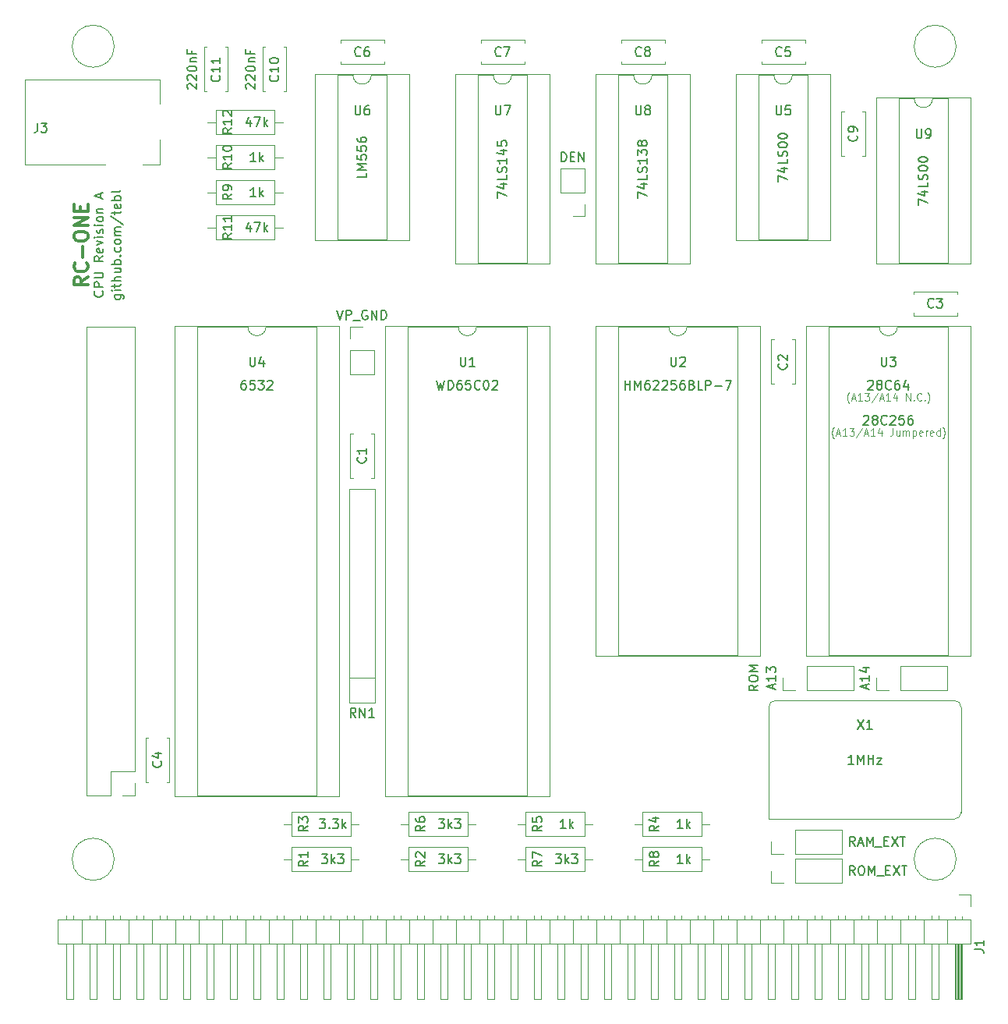
<source format=gto>
G04 #@! TF.FileFunction,Legend,Top*
%FSLAX46Y46*%
G04 Gerber Fmt 4.6, Leading zero omitted, Abs format (unit mm)*
G04 Created by KiCad (PCBNEW 4.0.7) date 09/08/19 13:10:50*
%MOMM*%
%LPD*%
G01*
G04 APERTURE LIST*
%ADD10C,0.100000*%
%ADD11C,0.150000*%
%ADD12C,0.300000*%
%ADD13C,0.120000*%
G04 APERTURE END LIST*
D10*
D11*
X176347381Y-121435714D02*
X175871190Y-121769048D01*
X176347381Y-122007143D02*
X175347381Y-122007143D01*
X175347381Y-121626190D01*
X175395000Y-121530952D01*
X175442619Y-121483333D01*
X175537857Y-121435714D01*
X175680714Y-121435714D01*
X175775952Y-121483333D01*
X175823571Y-121530952D01*
X175871190Y-121626190D01*
X175871190Y-122007143D01*
X175347381Y-120816667D02*
X175347381Y-120626190D01*
X175395000Y-120530952D01*
X175490238Y-120435714D01*
X175680714Y-120388095D01*
X176014048Y-120388095D01*
X176204524Y-120435714D01*
X176299762Y-120530952D01*
X176347381Y-120626190D01*
X176347381Y-120816667D01*
X176299762Y-120911905D01*
X176204524Y-121007143D01*
X176014048Y-121054762D01*
X175680714Y-121054762D01*
X175490238Y-121007143D01*
X175395000Y-120911905D01*
X175347381Y-120816667D01*
X176347381Y-119959524D02*
X175347381Y-119959524D01*
X176061667Y-119626190D01*
X175347381Y-119292857D01*
X176347381Y-119292857D01*
X188285714Y-88447619D02*
X188333333Y-88400000D01*
X188428571Y-88352381D01*
X188666667Y-88352381D01*
X188761905Y-88400000D01*
X188809524Y-88447619D01*
X188857143Y-88542857D01*
X188857143Y-88638095D01*
X188809524Y-88780952D01*
X188238095Y-89352381D01*
X188857143Y-89352381D01*
X189428571Y-88780952D02*
X189333333Y-88733333D01*
X189285714Y-88685714D01*
X189238095Y-88590476D01*
X189238095Y-88542857D01*
X189285714Y-88447619D01*
X189333333Y-88400000D01*
X189428571Y-88352381D01*
X189619048Y-88352381D01*
X189714286Y-88400000D01*
X189761905Y-88447619D01*
X189809524Y-88542857D01*
X189809524Y-88590476D01*
X189761905Y-88685714D01*
X189714286Y-88733333D01*
X189619048Y-88780952D01*
X189428571Y-88780952D01*
X189333333Y-88828571D01*
X189285714Y-88876190D01*
X189238095Y-88971429D01*
X189238095Y-89161905D01*
X189285714Y-89257143D01*
X189333333Y-89304762D01*
X189428571Y-89352381D01*
X189619048Y-89352381D01*
X189714286Y-89304762D01*
X189761905Y-89257143D01*
X189809524Y-89161905D01*
X189809524Y-88971429D01*
X189761905Y-88876190D01*
X189714286Y-88828571D01*
X189619048Y-88780952D01*
X190809524Y-89257143D02*
X190761905Y-89304762D01*
X190619048Y-89352381D01*
X190523810Y-89352381D01*
X190380952Y-89304762D01*
X190285714Y-89209524D01*
X190238095Y-89114286D01*
X190190476Y-88923810D01*
X190190476Y-88780952D01*
X190238095Y-88590476D01*
X190285714Y-88495238D01*
X190380952Y-88400000D01*
X190523810Y-88352381D01*
X190619048Y-88352381D01*
X190761905Y-88400000D01*
X190809524Y-88447619D01*
X191666667Y-88352381D02*
X191476190Y-88352381D01*
X191380952Y-88400000D01*
X191333333Y-88447619D01*
X191238095Y-88590476D01*
X191190476Y-88780952D01*
X191190476Y-89161905D01*
X191238095Y-89257143D01*
X191285714Y-89304762D01*
X191380952Y-89352381D01*
X191571429Y-89352381D01*
X191666667Y-89304762D01*
X191714286Y-89257143D01*
X191761905Y-89161905D01*
X191761905Y-88923810D01*
X191714286Y-88828571D01*
X191666667Y-88780952D01*
X191571429Y-88733333D01*
X191380952Y-88733333D01*
X191285714Y-88780952D01*
X191238095Y-88828571D01*
X191190476Y-88923810D01*
X192619048Y-88685714D02*
X192619048Y-89352381D01*
X192380952Y-88304762D02*
X192142857Y-89019048D01*
X192761905Y-89019048D01*
D10*
X184595238Y-94646667D02*
X184557142Y-94608571D01*
X184480952Y-94494286D01*
X184442857Y-94418095D01*
X184404761Y-94303810D01*
X184366666Y-94113333D01*
X184366666Y-93960952D01*
X184404761Y-93770476D01*
X184442857Y-93656190D01*
X184480952Y-93580000D01*
X184557142Y-93465714D01*
X184595238Y-93427619D01*
X184861904Y-94113333D02*
X185242856Y-94113333D01*
X184785713Y-94341905D02*
X185052380Y-93541905D01*
X185319047Y-94341905D01*
X186004761Y-94341905D02*
X185547618Y-94341905D01*
X185776189Y-94341905D02*
X185776189Y-93541905D01*
X185699999Y-93656190D01*
X185623808Y-93732381D01*
X185547618Y-93770476D01*
X186271428Y-93541905D02*
X186766666Y-93541905D01*
X186499999Y-93846667D01*
X186614285Y-93846667D01*
X186690475Y-93884762D01*
X186728571Y-93922857D01*
X186766666Y-93999048D01*
X186766666Y-94189524D01*
X186728571Y-94265714D01*
X186690475Y-94303810D01*
X186614285Y-94341905D01*
X186385713Y-94341905D01*
X186309523Y-94303810D01*
X186271428Y-94265714D01*
X187680952Y-93503810D02*
X186995237Y-94532381D01*
X187909523Y-94113333D02*
X188290475Y-94113333D01*
X187833332Y-94341905D02*
X188099999Y-93541905D01*
X188366666Y-94341905D01*
X189052380Y-94341905D02*
X188595237Y-94341905D01*
X188823808Y-94341905D02*
X188823808Y-93541905D01*
X188747618Y-93656190D01*
X188671427Y-93732381D01*
X188595237Y-93770476D01*
X189738094Y-93808571D02*
X189738094Y-94341905D01*
X189547618Y-93503810D02*
X189357142Y-94075238D01*
X189852380Y-94075238D01*
X190995238Y-93541905D02*
X190995238Y-94113333D01*
X190957142Y-94227619D01*
X190880952Y-94303810D01*
X190766666Y-94341905D01*
X190690476Y-94341905D01*
X191719047Y-93808571D02*
X191719047Y-94341905D01*
X191376190Y-93808571D02*
X191376190Y-94227619D01*
X191414285Y-94303810D01*
X191490476Y-94341905D01*
X191604762Y-94341905D01*
X191680952Y-94303810D01*
X191719047Y-94265714D01*
X192100000Y-94341905D02*
X192100000Y-93808571D01*
X192100000Y-93884762D02*
X192138095Y-93846667D01*
X192214286Y-93808571D01*
X192328572Y-93808571D01*
X192404762Y-93846667D01*
X192442857Y-93922857D01*
X192442857Y-94341905D01*
X192442857Y-93922857D02*
X192480953Y-93846667D01*
X192557143Y-93808571D01*
X192671429Y-93808571D01*
X192747619Y-93846667D01*
X192785714Y-93922857D01*
X192785714Y-94341905D01*
X193166667Y-93808571D02*
X193166667Y-94608571D01*
X193166667Y-93846667D02*
X193242858Y-93808571D01*
X193395239Y-93808571D01*
X193471429Y-93846667D01*
X193509524Y-93884762D01*
X193547620Y-93960952D01*
X193547620Y-94189524D01*
X193509524Y-94265714D01*
X193471429Y-94303810D01*
X193395239Y-94341905D01*
X193242858Y-94341905D01*
X193166667Y-94303810D01*
X194195239Y-94303810D02*
X194119049Y-94341905D01*
X193966668Y-94341905D01*
X193890477Y-94303810D01*
X193852382Y-94227619D01*
X193852382Y-93922857D01*
X193890477Y-93846667D01*
X193966668Y-93808571D01*
X194119049Y-93808571D01*
X194195239Y-93846667D01*
X194233334Y-93922857D01*
X194233334Y-93999048D01*
X193852382Y-94075238D01*
X194576191Y-94341905D02*
X194576191Y-93808571D01*
X194576191Y-93960952D02*
X194614286Y-93884762D01*
X194652382Y-93846667D01*
X194728572Y-93808571D01*
X194804763Y-93808571D01*
X195376191Y-94303810D02*
X195300001Y-94341905D01*
X195147620Y-94341905D01*
X195071429Y-94303810D01*
X195033334Y-94227619D01*
X195033334Y-93922857D01*
X195071429Y-93846667D01*
X195147620Y-93808571D01*
X195300001Y-93808571D01*
X195376191Y-93846667D01*
X195414286Y-93922857D01*
X195414286Y-93999048D01*
X195033334Y-94075238D01*
X196100000Y-94341905D02*
X196100000Y-93541905D01*
X196100000Y-94303810D02*
X196023810Y-94341905D01*
X195871429Y-94341905D01*
X195795238Y-94303810D01*
X195757143Y-94265714D01*
X195719048Y-94189524D01*
X195719048Y-93960952D01*
X195757143Y-93884762D01*
X195795238Y-93846667D01*
X195871429Y-93808571D01*
X196023810Y-93808571D01*
X196100000Y-93846667D01*
X196404763Y-94646667D02*
X196442858Y-94608571D01*
X196519048Y-94494286D01*
X196557144Y-94418095D01*
X196595239Y-94303810D01*
X196633334Y-94113333D01*
X196633334Y-93960952D01*
X196595239Y-93770476D01*
X196557144Y-93656190D01*
X196519048Y-93580000D01*
X196442858Y-93465714D01*
X196404763Y-93427619D01*
X186252382Y-90836667D02*
X186214286Y-90798571D01*
X186138096Y-90684286D01*
X186100001Y-90608095D01*
X186061905Y-90493810D01*
X186023810Y-90303333D01*
X186023810Y-90150952D01*
X186061905Y-89960476D01*
X186100001Y-89846190D01*
X186138096Y-89770000D01*
X186214286Y-89655714D01*
X186252382Y-89617619D01*
X186519048Y-90303333D02*
X186900000Y-90303333D01*
X186442857Y-90531905D02*
X186709524Y-89731905D01*
X186976191Y-90531905D01*
X187661905Y-90531905D02*
X187204762Y-90531905D01*
X187433333Y-90531905D02*
X187433333Y-89731905D01*
X187357143Y-89846190D01*
X187280952Y-89922381D01*
X187204762Y-89960476D01*
X187928572Y-89731905D02*
X188423810Y-89731905D01*
X188157143Y-90036667D01*
X188271429Y-90036667D01*
X188347619Y-90074762D01*
X188385715Y-90112857D01*
X188423810Y-90189048D01*
X188423810Y-90379524D01*
X188385715Y-90455714D01*
X188347619Y-90493810D01*
X188271429Y-90531905D01*
X188042857Y-90531905D01*
X187966667Y-90493810D01*
X187928572Y-90455714D01*
X189338096Y-89693810D02*
X188652381Y-90722381D01*
X189566667Y-90303333D02*
X189947619Y-90303333D01*
X189490476Y-90531905D02*
X189757143Y-89731905D01*
X190023810Y-90531905D01*
X190709524Y-90531905D02*
X190252381Y-90531905D01*
X190480952Y-90531905D02*
X190480952Y-89731905D01*
X190404762Y-89846190D01*
X190328571Y-89922381D01*
X190252381Y-89960476D01*
X191395238Y-89998571D02*
X191395238Y-90531905D01*
X191204762Y-89693810D02*
X191014286Y-90265238D01*
X191509524Y-90265238D01*
X192423810Y-90531905D02*
X192423810Y-89731905D01*
X192880953Y-90531905D01*
X192880953Y-89731905D01*
X193261905Y-90455714D02*
X193300000Y-90493810D01*
X193261905Y-90531905D01*
X193223810Y-90493810D01*
X193261905Y-90455714D01*
X193261905Y-90531905D01*
X194100000Y-90455714D02*
X194061905Y-90493810D01*
X193947619Y-90531905D01*
X193871429Y-90531905D01*
X193757143Y-90493810D01*
X193680952Y-90417619D01*
X193642857Y-90341429D01*
X193604762Y-90189048D01*
X193604762Y-90074762D01*
X193642857Y-89922381D01*
X193680952Y-89846190D01*
X193757143Y-89770000D01*
X193871429Y-89731905D01*
X193947619Y-89731905D01*
X194061905Y-89770000D01*
X194100000Y-89808095D01*
X194442857Y-90455714D02*
X194480952Y-90493810D01*
X194442857Y-90531905D01*
X194404762Y-90493810D01*
X194442857Y-90455714D01*
X194442857Y-90531905D01*
X194747619Y-90836667D02*
X194785714Y-90798571D01*
X194861904Y-90684286D01*
X194900000Y-90608095D01*
X194938095Y-90493810D01*
X194976190Y-90303333D01*
X194976190Y-90150952D01*
X194938095Y-89960476D01*
X194900000Y-89846190D01*
X194861904Y-89770000D01*
X194785714Y-89655714D01*
X194747619Y-89617619D01*
D11*
X186864524Y-142057381D02*
X186531190Y-141581190D01*
X186293095Y-142057381D02*
X186293095Y-141057381D01*
X186674048Y-141057381D01*
X186769286Y-141105000D01*
X186816905Y-141152619D01*
X186864524Y-141247857D01*
X186864524Y-141390714D01*
X186816905Y-141485952D01*
X186769286Y-141533571D01*
X186674048Y-141581190D01*
X186293095Y-141581190D01*
X187483571Y-141057381D02*
X187674048Y-141057381D01*
X187769286Y-141105000D01*
X187864524Y-141200238D01*
X187912143Y-141390714D01*
X187912143Y-141724048D01*
X187864524Y-141914524D01*
X187769286Y-142009762D01*
X187674048Y-142057381D01*
X187483571Y-142057381D01*
X187388333Y-142009762D01*
X187293095Y-141914524D01*
X187245476Y-141724048D01*
X187245476Y-141390714D01*
X187293095Y-141200238D01*
X187388333Y-141105000D01*
X187483571Y-141057381D01*
X188340714Y-142057381D02*
X188340714Y-141057381D01*
X188674048Y-141771667D01*
X189007381Y-141057381D01*
X189007381Y-142057381D01*
X189245476Y-142152619D02*
X190007381Y-142152619D01*
X190245476Y-141533571D02*
X190578810Y-141533571D01*
X190721667Y-142057381D02*
X190245476Y-142057381D01*
X190245476Y-141057381D01*
X190721667Y-141057381D01*
X191055000Y-141057381D02*
X191721667Y-142057381D01*
X191721667Y-141057381D02*
X191055000Y-142057381D01*
X191959762Y-141057381D02*
X192531191Y-141057381D01*
X192245476Y-142057381D02*
X192245476Y-141057381D01*
X186864524Y-138882381D02*
X186531190Y-138406190D01*
X186293095Y-138882381D02*
X186293095Y-137882381D01*
X186674048Y-137882381D01*
X186769286Y-137930000D01*
X186816905Y-137977619D01*
X186864524Y-138072857D01*
X186864524Y-138215714D01*
X186816905Y-138310952D01*
X186769286Y-138358571D01*
X186674048Y-138406190D01*
X186293095Y-138406190D01*
X187245476Y-138596667D02*
X187721667Y-138596667D01*
X187150238Y-138882381D02*
X187483571Y-137882381D01*
X187816905Y-138882381D01*
X188150238Y-138882381D02*
X188150238Y-137882381D01*
X188483572Y-138596667D01*
X188816905Y-137882381D01*
X188816905Y-138882381D01*
X189055000Y-138977619D02*
X189816905Y-138977619D01*
X190055000Y-138358571D02*
X190388334Y-138358571D01*
X190531191Y-138882381D02*
X190055000Y-138882381D01*
X190055000Y-137882381D01*
X190531191Y-137882381D01*
X190864524Y-137882381D02*
X191531191Y-138882381D01*
X191531191Y-137882381D02*
X190864524Y-138882381D01*
X191769286Y-137882381D02*
X192340715Y-137882381D01*
X192055000Y-138882381D02*
X192055000Y-137882381D01*
X106465714Y-79064762D02*
X107275238Y-79064762D01*
X107370476Y-79112381D01*
X107418095Y-79160000D01*
X107465714Y-79255239D01*
X107465714Y-79398096D01*
X107418095Y-79493334D01*
X107084762Y-79064762D02*
X107132381Y-79160000D01*
X107132381Y-79350477D01*
X107084762Y-79445715D01*
X107037143Y-79493334D01*
X106941905Y-79540953D01*
X106656190Y-79540953D01*
X106560952Y-79493334D01*
X106513333Y-79445715D01*
X106465714Y-79350477D01*
X106465714Y-79160000D01*
X106513333Y-79064762D01*
X107132381Y-78588572D02*
X106465714Y-78588572D01*
X106132381Y-78588572D02*
X106180000Y-78636191D01*
X106227619Y-78588572D01*
X106180000Y-78540953D01*
X106132381Y-78588572D01*
X106227619Y-78588572D01*
X106465714Y-78255239D02*
X106465714Y-77874287D01*
X106132381Y-78112382D02*
X106989524Y-78112382D01*
X107084762Y-78064763D01*
X107132381Y-77969525D01*
X107132381Y-77874287D01*
X107132381Y-77540953D02*
X106132381Y-77540953D01*
X107132381Y-77112381D02*
X106608571Y-77112381D01*
X106513333Y-77160000D01*
X106465714Y-77255238D01*
X106465714Y-77398096D01*
X106513333Y-77493334D01*
X106560952Y-77540953D01*
X106465714Y-76207619D02*
X107132381Y-76207619D01*
X106465714Y-76636191D02*
X106989524Y-76636191D01*
X107084762Y-76588572D01*
X107132381Y-76493334D01*
X107132381Y-76350476D01*
X107084762Y-76255238D01*
X107037143Y-76207619D01*
X107132381Y-75731429D02*
X106132381Y-75731429D01*
X106513333Y-75731429D02*
X106465714Y-75636191D01*
X106465714Y-75445714D01*
X106513333Y-75350476D01*
X106560952Y-75302857D01*
X106656190Y-75255238D01*
X106941905Y-75255238D01*
X107037143Y-75302857D01*
X107084762Y-75350476D01*
X107132381Y-75445714D01*
X107132381Y-75636191D01*
X107084762Y-75731429D01*
X107037143Y-74826667D02*
X107084762Y-74779048D01*
X107132381Y-74826667D01*
X107084762Y-74874286D01*
X107037143Y-74826667D01*
X107132381Y-74826667D01*
X107084762Y-73921905D02*
X107132381Y-74017143D01*
X107132381Y-74207620D01*
X107084762Y-74302858D01*
X107037143Y-74350477D01*
X106941905Y-74398096D01*
X106656190Y-74398096D01*
X106560952Y-74350477D01*
X106513333Y-74302858D01*
X106465714Y-74207620D01*
X106465714Y-74017143D01*
X106513333Y-73921905D01*
X107132381Y-73350477D02*
X107084762Y-73445715D01*
X107037143Y-73493334D01*
X106941905Y-73540953D01*
X106656190Y-73540953D01*
X106560952Y-73493334D01*
X106513333Y-73445715D01*
X106465714Y-73350477D01*
X106465714Y-73207619D01*
X106513333Y-73112381D01*
X106560952Y-73064762D01*
X106656190Y-73017143D01*
X106941905Y-73017143D01*
X107037143Y-73064762D01*
X107084762Y-73112381D01*
X107132381Y-73207619D01*
X107132381Y-73350477D01*
X107132381Y-72588572D02*
X106465714Y-72588572D01*
X106560952Y-72588572D02*
X106513333Y-72540953D01*
X106465714Y-72445715D01*
X106465714Y-72302857D01*
X106513333Y-72207619D01*
X106608571Y-72160000D01*
X107132381Y-72160000D01*
X106608571Y-72160000D02*
X106513333Y-72112381D01*
X106465714Y-72017143D01*
X106465714Y-71874286D01*
X106513333Y-71779048D01*
X106608571Y-71731429D01*
X107132381Y-71731429D01*
X106084762Y-70540953D02*
X107370476Y-71398096D01*
X106465714Y-70350477D02*
X106465714Y-69969525D01*
X106132381Y-70207620D02*
X106989524Y-70207620D01*
X107084762Y-70160001D01*
X107132381Y-70064763D01*
X107132381Y-69969525D01*
X107084762Y-69255238D02*
X107132381Y-69350476D01*
X107132381Y-69540953D01*
X107084762Y-69636191D01*
X106989524Y-69683810D01*
X106608571Y-69683810D01*
X106513333Y-69636191D01*
X106465714Y-69540953D01*
X106465714Y-69350476D01*
X106513333Y-69255238D01*
X106608571Y-69207619D01*
X106703810Y-69207619D01*
X106799048Y-69683810D01*
X107132381Y-68779048D02*
X106132381Y-68779048D01*
X106513333Y-68779048D02*
X106465714Y-68683810D01*
X106465714Y-68493333D01*
X106513333Y-68398095D01*
X106560952Y-68350476D01*
X106656190Y-68302857D01*
X106941905Y-68302857D01*
X107037143Y-68350476D01*
X107084762Y-68398095D01*
X107132381Y-68493333D01*
X107132381Y-68683810D01*
X107084762Y-68779048D01*
X107132381Y-67731429D02*
X107084762Y-67826667D01*
X106989524Y-67874286D01*
X106132381Y-67874286D01*
X105132143Y-78660000D02*
X105179762Y-78707619D01*
X105227381Y-78850476D01*
X105227381Y-78945714D01*
X105179762Y-79088572D01*
X105084524Y-79183810D01*
X104989286Y-79231429D01*
X104798810Y-79279048D01*
X104655952Y-79279048D01*
X104465476Y-79231429D01*
X104370238Y-79183810D01*
X104275000Y-79088572D01*
X104227381Y-78945714D01*
X104227381Y-78850476D01*
X104275000Y-78707619D01*
X104322619Y-78660000D01*
X105227381Y-78231429D02*
X104227381Y-78231429D01*
X104227381Y-77850476D01*
X104275000Y-77755238D01*
X104322619Y-77707619D01*
X104417857Y-77660000D01*
X104560714Y-77660000D01*
X104655952Y-77707619D01*
X104703571Y-77755238D01*
X104751190Y-77850476D01*
X104751190Y-78231429D01*
X104227381Y-77231429D02*
X105036905Y-77231429D01*
X105132143Y-77183810D01*
X105179762Y-77136191D01*
X105227381Y-77040953D01*
X105227381Y-76850476D01*
X105179762Y-76755238D01*
X105132143Y-76707619D01*
X105036905Y-76660000D01*
X104227381Y-76660000D01*
X105227381Y-74850476D02*
X104751190Y-75183810D01*
X105227381Y-75421905D02*
X104227381Y-75421905D01*
X104227381Y-75040952D01*
X104275000Y-74945714D01*
X104322619Y-74898095D01*
X104417857Y-74850476D01*
X104560714Y-74850476D01*
X104655952Y-74898095D01*
X104703571Y-74945714D01*
X104751190Y-75040952D01*
X104751190Y-75421905D01*
X105179762Y-74040952D02*
X105227381Y-74136190D01*
X105227381Y-74326667D01*
X105179762Y-74421905D01*
X105084524Y-74469524D01*
X104703571Y-74469524D01*
X104608333Y-74421905D01*
X104560714Y-74326667D01*
X104560714Y-74136190D01*
X104608333Y-74040952D01*
X104703571Y-73993333D01*
X104798810Y-73993333D01*
X104894048Y-74469524D01*
X104560714Y-73660000D02*
X105227381Y-73421905D01*
X104560714Y-73183809D01*
X105227381Y-72802857D02*
X104560714Y-72802857D01*
X104227381Y-72802857D02*
X104275000Y-72850476D01*
X104322619Y-72802857D01*
X104275000Y-72755238D01*
X104227381Y-72802857D01*
X104322619Y-72802857D01*
X105179762Y-72374286D02*
X105227381Y-72279048D01*
X105227381Y-72088572D01*
X105179762Y-71993333D01*
X105084524Y-71945714D01*
X105036905Y-71945714D01*
X104941667Y-71993333D01*
X104894048Y-72088572D01*
X104894048Y-72231429D01*
X104846429Y-72326667D01*
X104751190Y-72374286D01*
X104703571Y-72374286D01*
X104608333Y-72326667D01*
X104560714Y-72231429D01*
X104560714Y-72088572D01*
X104608333Y-71993333D01*
X105227381Y-71517143D02*
X104560714Y-71517143D01*
X104227381Y-71517143D02*
X104275000Y-71564762D01*
X104322619Y-71517143D01*
X104275000Y-71469524D01*
X104227381Y-71517143D01*
X104322619Y-71517143D01*
X105227381Y-70898096D02*
X105179762Y-70993334D01*
X105132143Y-71040953D01*
X105036905Y-71088572D01*
X104751190Y-71088572D01*
X104655952Y-71040953D01*
X104608333Y-70993334D01*
X104560714Y-70898096D01*
X104560714Y-70755238D01*
X104608333Y-70660000D01*
X104655952Y-70612381D01*
X104751190Y-70564762D01*
X105036905Y-70564762D01*
X105132143Y-70612381D01*
X105179762Y-70660000D01*
X105227381Y-70755238D01*
X105227381Y-70898096D01*
X104560714Y-70136191D02*
X105227381Y-70136191D01*
X104655952Y-70136191D02*
X104608333Y-70088572D01*
X104560714Y-69993334D01*
X104560714Y-69850476D01*
X104608333Y-69755238D01*
X104703571Y-69707619D01*
X105227381Y-69707619D01*
X104941667Y-68517143D02*
X104941667Y-68040952D01*
X105227381Y-68612381D02*
X104227381Y-68279048D01*
X105227381Y-67945714D01*
D12*
X103548571Y-77124286D02*
X102834286Y-77624286D01*
X103548571Y-77981429D02*
X102048571Y-77981429D01*
X102048571Y-77410001D01*
X102120000Y-77267143D01*
X102191429Y-77195715D01*
X102334286Y-77124286D01*
X102548571Y-77124286D01*
X102691429Y-77195715D01*
X102762857Y-77267143D01*
X102834286Y-77410001D01*
X102834286Y-77981429D01*
X103405714Y-75624286D02*
X103477143Y-75695715D01*
X103548571Y-75910001D01*
X103548571Y-76052858D01*
X103477143Y-76267143D01*
X103334286Y-76410001D01*
X103191429Y-76481429D01*
X102905714Y-76552858D01*
X102691429Y-76552858D01*
X102405714Y-76481429D01*
X102262857Y-76410001D01*
X102120000Y-76267143D01*
X102048571Y-76052858D01*
X102048571Y-75910001D01*
X102120000Y-75695715D01*
X102191429Y-75624286D01*
X102977143Y-74981429D02*
X102977143Y-73838572D01*
X102048571Y-72838572D02*
X102048571Y-72552858D01*
X102120000Y-72410000D01*
X102262857Y-72267143D01*
X102548571Y-72195715D01*
X103048571Y-72195715D01*
X103334286Y-72267143D01*
X103477143Y-72410000D01*
X103548571Y-72552858D01*
X103548571Y-72838572D01*
X103477143Y-72981429D01*
X103334286Y-73124286D01*
X103048571Y-73195715D01*
X102548571Y-73195715D01*
X102262857Y-73124286D01*
X102120000Y-72981429D01*
X102048571Y-72838572D01*
X103548571Y-71552857D02*
X102048571Y-71552857D01*
X103548571Y-70695714D01*
X102048571Y-70695714D01*
X102762857Y-69981428D02*
X102762857Y-69481428D01*
X103548571Y-69267142D02*
X103548571Y-69981428D01*
X102048571Y-69981428D01*
X102048571Y-69267142D01*
D13*
X199450000Y-146855000D02*
X100270000Y-146855000D01*
X100270000Y-146855000D02*
X100270000Y-149515000D01*
X100270000Y-149515000D02*
X199450000Y-149515000D01*
X199450000Y-149515000D02*
X199450000Y-146855000D01*
X198500000Y-149515000D02*
X198500000Y-155515000D01*
X198500000Y-155515000D02*
X197740000Y-155515000D01*
X197740000Y-155515000D02*
X197740000Y-149515000D01*
X198440000Y-149515000D02*
X198440000Y-155515000D01*
X198320000Y-149515000D02*
X198320000Y-155515000D01*
X198200000Y-149515000D02*
X198200000Y-155515000D01*
X198080000Y-149515000D02*
X198080000Y-155515000D01*
X197960000Y-149515000D02*
X197960000Y-155515000D01*
X197840000Y-149515000D02*
X197840000Y-155515000D01*
X198500000Y-146525000D02*
X198500000Y-146855000D01*
X197740000Y-146525000D02*
X197740000Y-146855000D01*
X196850000Y-146855000D02*
X196850000Y-149515000D01*
X195960000Y-149515000D02*
X195960000Y-155515000D01*
X195960000Y-155515000D02*
X195200000Y-155515000D01*
X195200000Y-155515000D02*
X195200000Y-149515000D01*
X195960000Y-146457929D02*
X195960000Y-146855000D01*
X195200000Y-146457929D02*
X195200000Y-146855000D01*
X194310000Y-146855000D02*
X194310000Y-149515000D01*
X193420000Y-149515000D02*
X193420000Y-155515000D01*
X193420000Y-155515000D02*
X192660000Y-155515000D01*
X192660000Y-155515000D02*
X192660000Y-149515000D01*
X193420000Y-146457929D02*
X193420000Y-146855000D01*
X192660000Y-146457929D02*
X192660000Y-146855000D01*
X191770000Y-146855000D02*
X191770000Y-149515000D01*
X190880000Y-149515000D02*
X190880000Y-155515000D01*
X190880000Y-155515000D02*
X190120000Y-155515000D01*
X190120000Y-155515000D02*
X190120000Y-149515000D01*
X190880000Y-146457929D02*
X190880000Y-146855000D01*
X190120000Y-146457929D02*
X190120000Y-146855000D01*
X189230000Y-146855000D02*
X189230000Y-149515000D01*
X188340000Y-149515000D02*
X188340000Y-155515000D01*
X188340000Y-155515000D02*
X187580000Y-155515000D01*
X187580000Y-155515000D02*
X187580000Y-149515000D01*
X188340000Y-146457929D02*
X188340000Y-146855000D01*
X187580000Y-146457929D02*
X187580000Y-146855000D01*
X186690000Y-146855000D02*
X186690000Y-149515000D01*
X185800000Y-149515000D02*
X185800000Y-155515000D01*
X185800000Y-155515000D02*
X185040000Y-155515000D01*
X185040000Y-155515000D02*
X185040000Y-149515000D01*
X185800000Y-146457929D02*
X185800000Y-146855000D01*
X185040000Y-146457929D02*
X185040000Y-146855000D01*
X184150000Y-146855000D02*
X184150000Y-149515000D01*
X183260000Y-149515000D02*
X183260000Y-155515000D01*
X183260000Y-155515000D02*
X182500000Y-155515000D01*
X182500000Y-155515000D02*
X182500000Y-149515000D01*
X183260000Y-146457929D02*
X183260000Y-146855000D01*
X182500000Y-146457929D02*
X182500000Y-146855000D01*
X181610000Y-146855000D02*
X181610000Y-149515000D01*
X180720000Y-149515000D02*
X180720000Y-155515000D01*
X180720000Y-155515000D02*
X179960000Y-155515000D01*
X179960000Y-155515000D02*
X179960000Y-149515000D01*
X180720000Y-146457929D02*
X180720000Y-146855000D01*
X179960000Y-146457929D02*
X179960000Y-146855000D01*
X179070000Y-146855000D02*
X179070000Y-149515000D01*
X178180000Y-149515000D02*
X178180000Y-155515000D01*
X178180000Y-155515000D02*
X177420000Y-155515000D01*
X177420000Y-155515000D02*
X177420000Y-149515000D01*
X178180000Y-146457929D02*
X178180000Y-146855000D01*
X177420000Y-146457929D02*
X177420000Y-146855000D01*
X176530000Y-146855000D02*
X176530000Y-149515000D01*
X175640000Y-149515000D02*
X175640000Y-155515000D01*
X175640000Y-155515000D02*
X174880000Y-155515000D01*
X174880000Y-155515000D02*
X174880000Y-149515000D01*
X175640000Y-146457929D02*
X175640000Y-146855000D01*
X174880000Y-146457929D02*
X174880000Y-146855000D01*
X173990000Y-146855000D02*
X173990000Y-149515000D01*
X173100000Y-149515000D02*
X173100000Y-155515000D01*
X173100000Y-155515000D02*
X172340000Y-155515000D01*
X172340000Y-155515000D02*
X172340000Y-149515000D01*
X173100000Y-146457929D02*
X173100000Y-146855000D01*
X172340000Y-146457929D02*
X172340000Y-146855000D01*
X171450000Y-146855000D02*
X171450000Y-149515000D01*
X170560000Y-149515000D02*
X170560000Y-155515000D01*
X170560000Y-155515000D02*
X169800000Y-155515000D01*
X169800000Y-155515000D02*
X169800000Y-149515000D01*
X170560000Y-146457929D02*
X170560000Y-146855000D01*
X169800000Y-146457929D02*
X169800000Y-146855000D01*
X168910000Y-146855000D02*
X168910000Y-149515000D01*
X168020000Y-149515000D02*
X168020000Y-155515000D01*
X168020000Y-155515000D02*
X167260000Y-155515000D01*
X167260000Y-155515000D02*
X167260000Y-149515000D01*
X168020000Y-146457929D02*
X168020000Y-146855000D01*
X167260000Y-146457929D02*
X167260000Y-146855000D01*
X166370000Y-146855000D02*
X166370000Y-149515000D01*
X165480000Y-149515000D02*
X165480000Y-155515000D01*
X165480000Y-155515000D02*
X164720000Y-155515000D01*
X164720000Y-155515000D02*
X164720000Y-149515000D01*
X165480000Y-146457929D02*
X165480000Y-146855000D01*
X164720000Y-146457929D02*
X164720000Y-146855000D01*
X163830000Y-146855000D02*
X163830000Y-149515000D01*
X162940000Y-149515000D02*
X162940000Y-155515000D01*
X162940000Y-155515000D02*
X162180000Y-155515000D01*
X162180000Y-155515000D02*
X162180000Y-149515000D01*
X162940000Y-146457929D02*
X162940000Y-146855000D01*
X162180000Y-146457929D02*
X162180000Y-146855000D01*
X161290000Y-146855000D02*
X161290000Y-149515000D01*
X160400000Y-149515000D02*
X160400000Y-155515000D01*
X160400000Y-155515000D02*
X159640000Y-155515000D01*
X159640000Y-155515000D02*
X159640000Y-149515000D01*
X160400000Y-146457929D02*
X160400000Y-146855000D01*
X159640000Y-146457929D02*
X159640000Y-146855000D01*
X158750000Y-146855000D02*
X158750000Y-149515000D01*
X157860000Y-149515000D02*
X157860000Y-155515000D01*
X157860000Y-155515000D02*
X157100000Y-155515000D01*
X157100000Y-155515000D02*
X157100000Y-149515000D01*
X157860000Y-146457929D02*
X157860000Y-146855000D01*
X157100000Y-146457929D02*
X157100000Y-146855000D01*
X156210000Y-146855000D02*
X156210000Y-149515000D01*
X155320000Y-149515000D02*
X155320000Y-155515000D01*
X155320000Y-155515000D02*
X154560000Y-155515000D01*
X154560000Y-155515000D02*
X154560000Y-149515000D01*
X155320000Y-146457929D02*
X155320000Y-146855000D01*
X154560000Y-146457929D02*
X154560000Y-146855000D01*
X153670000Y-146855000D02*
X153670000Y-149515000D01*
X152780000Y-149515000D02*
X152780000Y-155515000D01*
X152780000Y-155515000D02*
X152020000Y-155515000D01*
X152020000Y-155515000D02*
X152020000Y-149515000D01*
X152780000Y-146457929D02*
X152780000Y-146855000D01*
X152020000Y-146457929D02*
X152020000Y-146855000D01*
X151130000Y-146855000D02*
X151130000Y-149515000D01*
X150240000Y-149515000D02*
X150240000Y-155515000D01*
X150240000Y-155515000D02*
X149480000Y-155515000D01*
X149480000Y-155515000D02*
X149480000Y-149515000D01*
X150240000Y-146457929D02*
X150240000Y-146855000D01*
X149480000Y-146457929D02*
X149480000Y-146855000D01*
X148590000Y-146855000D02*
X148590000Y-149515000D01*
X147700000Y-149515000D02*
X147700000Y-155515000D01*
X147700000Y-155515000D02*
X146940000Y-155515000D01*
X146940000Y-155515000D02*
X146940000Y-149515000D01*
X147700000Y-146457929D02*
X147700000Y-146855000D01*
X146940000Y-146457929D02*
X146940000Y-146855000D01*
X146050000Y-146855000D02*
X146050000Y-149515000D01*
X145160000Y-149515000D02*
X145160000Y-155515000D01*
X145160000Y-155515000D02*
X144400000Y-155515000D01*
X144400000Y-155515000D02*
X144400000Y-149515000D01*
X145160000Y-146457929D02*
X145160000Y-146855000D01*
X144400000Y-146457929D02*
X144400000Y-146855000D01*
X143510000Y-146855000D02*
X143510000Y-149515000D01*
X142620000Y-149515000D02*
X142620000Y-155515000D01*
X142620000Y-155515000D02*
X141860000Y-155515000D01*
X141860000Y-155515000D02*
X141860000Y-149515000D01*
X142620000Y-146457929D02*
X142620000Y-146855000D01*
X141860000Y-146457929D02*
X141860000Y-146855000D01*
X140970000Y-146855000D02*
X140970000Y-149515000D01*
X140080000Y-149515000D02*
X140080000Y-155515000D01*
X140080000Y-155515000D02*
X139320000Y-155515000D01*
X139320000Y-155515000D02*
X139320000Y-149515000D01*
X140080000Y-146457929D02*
X140080000Y-146855000D01*
X139320000Y-146457929D02*
X139320000Y-146855000D01*
X138430000Y-146855000D02*
X138430000Y-149515000D01*
X137540000Y-149515000D02*
X137540000Y-155515000D01*
X137540000Y-155515000D02*
X136780000Y-155515000D01*
X136780000Y-155515000D02*
X136780000Y-149515000D01*
X137540000Y-146457929D02*
X137540000Y-146855000D01*
X136780000Y-146457929D02*
X136780000Y-146855000D01*
X135890000Y-146855000D02*
X135890000Y-149515000D01*
X135000000Y-149515000D02*
X135000000Y-155515000D01*
X135000000Y-155515000D02*
X134240000Y-155515000D01*
X134240000Y-155515000D02*
X134240000Y-149515000D01*
X135000000Y-146457929D02*
X135000000Y-146855000D01*
X134240000Y-146457929D02*
X134240000Y-146855000D01*
X133350000Y-146855000D02*
X133350000Y-149515000D01*
X132460000Y-149515000D02*
X132460000Y-155515000D01*
X132460000Y-155515000D02*
X131700000Y-155515000D01*
X131700000Y-155515000D02*
X131700000Y-149515000D01*
X132460000Y-146457929D02*
X132460000Y-146855000D01*
X131700000Y-146457929D02*
X131700000Y-146855000D01*
X130810000Y-146855000D02*
X130810000Y-149515000D01*
X129920000Y-149515000D02*
X129920000Y-155515000D01*
X129920000Y-155515000D02*
X129160000Y-155515000D01*
X129160000Y-155515000D02*
X129160000Y-149515000D01*
X129920000Y-146457929D02*
X129920000Y-146855000D01*
X129160000Y-146457929D02*
X129160000Y-146855000D01*
X128270000Y-146855000D02*
X128270000Y-149515000D01*
X127380000Y-149515000D02*
X127380000Y-155515000D01*
X127380000Y-155515000D02*
X126620000Y-155515000D01*
X126620000Y-155515000D02*
X126620000Y-149515000D01*
X127380000Y-146457929D02*
X127380000Y-146855000D01*
X126620000Y-146457929D02*
X126620000Y-146855000D01*
X125730000Y-146855000D02*
X125730000Y-149515000D01*
X124840000Y-149515000D02*
X124840000Y-155515000D01*
X124840000Y-155515000D02*
X124080000Y-155515000D01*
X124080000Y-155515000D02*
X124080000Y-149515000D01*
X124840000Y-146457929D02*
X124840000Y-146855000D01*
X124080000Y-146457929D02*
X124080000Y-146855000D01*
X123190000Y-146855000D02*
X123190000Y-149515000D01*
X122300000Y-149515000D02*
X122300000Y-155515000D01*
X122300000Y-155515000D02*
X121540000Y-155515000D01*
X121540000Y-155515000D02*
X121540000Y-149515000D01*
X122300000Y-146457929D02*
X122300000Y-146855000D01*
X121540000Y-146457929D02*
X121540000Y-146855000D01*
X120650000Y-146855000D02*
X120650000Y-149515000D01*
X119760000Y-149515000D02*
X119760000Y-155515000D01*
X119760000Y-155515000D02*
X119000000Y-155515000D01*
X119000000Y-155515000D02*
X119000000Y-149515000D01*
X119760000Y-146457929D02*
X119760000Y-146855000D01*
X119000000Y-146457929D02*
X119000000Y-146855000D01*
X118110000Y-146855000D02*
X118110000Y-149515000D01*
X117220000Y-149515000D02*
X117220000Y-155515000D01*
X117220000Y-155515000D02*
X116460000Y-155515000D01*
X116460000Y-155515000D02*
X116460000Y-149515000D01*
X117220000Y-146457929D02*
X117220000Y-146855000D01*
X116460000Y-146457929D02*
X116460000Y-146855000D01*
X115570000Y-146855000D02*
X115570000Y-149515000D01*
X114680000Y-149515000D02*
X114680000Y-155515000D01*
X114680000Y-155515000D02*
X113920000Y-155515000D01*
X113920000Y-155515000D02*
X113920000Y-149515000D01*
X114680000Y-146457929D02*
X114680000Y-146855000D01*
X113920000Y-146457929D02*
X113920000Y-146855000D01*
X113030000Y-146855000D02*
X113030000Y-149515000D01*
X112140000Y-149515000D02*
X112140000Y-155515000D01*
X112140000Y-155515000D02*
X111380000Y-155515000D01*
X111380000Y-155515000D02*
X111380000Y-149515000D01*
X112140000Y-146457929D02*
X112140000Y-146855000D01*
X111380000Y-146457929D02*
X111380000Y-146855000D01*
X110490000Y-146855000D02*
X110490000Y-149515000D01*
X109600000Y-149515000D02*
X109600000Y-155515000D01*
X109600000Y-155515000D02*
X108840000Y-155515000D01*
X108840000Y-155515000D02*
X108840000Y-149515000D01*
X109600000Y-146457929D02*
X109600000Y-146855000D01*
X108840000Y-146457929D02*
X108840000Y-146855000D01*
X107950000Y-146855000D02*
X107950000Y-149515000D01*
X107060000Y-149515000D02*
X107060000Y-155515000D01*
X107060000Y-155515000D02*
X106300000Y-155515000D01*
X106300000Y-155515000D02*
X106300000Y-149515000D01*
X107060000Y-146457929D02*
X107060000Y-146855000D01*
X106300000Y-146457929D02*
X106300000Y-146855000D01*
X105410000Y-146855000D02*
X105410000Y-149515000D01*
X104520000Y-149515000D02*
X104520000Y-155515000D01*
X104520000Y-155515000D02*
X103760000Y-155515000D01*
X103760000Y-155515000D02*
X103760000Y-149515000D01*
X104520000Y-146457929D02*
X104520000Y-146855000D01*
X103760000Y-146457929D02*
X103760000Y-146855000D01*
X102870000Y-146855000D02*
X102870000Y-149515000D01*
X101980000Y-149515000D02*
X101980000Y-155515000D01*
X101980000Y-155515000D02*
X101220000Y-155515000D01*
X101220000Y-155515000D02*
X101220000Y-149515000D01*
X101980000Y-146457929D02*
X101980000Y-146855000D01*
X101220000Y-146457929D02*
X101220000Y-146855000D01*
X198120000Y-144145000D02*
X199390000Y-144145000D01*
X199390000Y-144145000D02*
X199390000Y-145415000D01*
X108645000Y-82490000D02*
X103445000Y-82490000D01*
X108645000Y-130810000D02*
X108645000Y-82490000D01*
X103445000Y-133410000D02*
X103445000Y-82490000D01*
X108645000Y-130810000D02*
X106045000Y-130810000D01*
X106045000Y-130810000D02*
X106045000Y-133410000D01*
X106045000Y-133410000D02*
X103445000Y-133410000D01*
X108645000Y-132080000D02*
X108645000Y-133410000D01*
X108645000Y-133410000D02*
X107315000Y-133410000D01*
X105490000Y-64925000D02*
X96690000Y-64925000D01*
X96690000Y-64925000D02*
X96690000Y-55725000D01*
X111390000Y-62225000D02*
X111390000Y-64925000D01*
X111390000Y-64925000D02*
X109490000Y-64925000D01*
X96690000Y-55725000D02*
X111390000Y-55725000D01*
X111390000Y-55725000D02*
X111390000Y-58325000D01*
X106426000Y-140335000D02*
G75*
G03X106426000Y-140335000I-2286000J0D01*
G01*
X197866000Y-140335000D02*
G75*
G03X197866000Y-140335000I-2286000J0D01*
G01*
X197866000Y-52070000D02*
G75*
G03X197866000Y-52070000I-2286000J0D01*
G01*
X106426000Y-52070000D02*
G75*
G03X106426000Y-52070000I-2286000J0D01*
G01*
X132040000Y-98970000D02*
X132040000Y-94150000D01*
X134660000Y-98970000D02*
X134660000Y-94150000D01*
X132040000Y-98970000D02*
X132354000Y-98970000D01*
X134346000Y-98970000D02*
X134660000Y-98970000D01*
X132040000Y-94150000D02*
X132354000Y-94150000D01*
X134346000Y-94150000D02*
X134660000Y-94150000D01*
X180380000Y-83910000D02*
X180380000Y-88730000D01*
X177760000Y-83910000D02*
X177760000Y-88730000D01*
X180380000Y-83910000D02*
X180066000Y-83910000D01*
X178074000Y-83910000D02*
X177760000Y-83910000D01*
X180380000Y-88730000D02*
X180066000Y-88730000D01*
X178074000Y-88730000D02*
X177760000Y-88730000D01*
X198030000Y-81320000D02*
X193210000Y-81320000D01*
X198030000Y-78700000D02*
X193210000Y-78700000D01*
X198030000Y-81320000D02*
X198030000Y-81006000D01*
X198030000Y-79014000D02*
X198030000Y-78700000D01*
X193210000Y-81320000D02*
X193210000Y-81006000D01*
X193210000Y-79014000D02*
X193210000Y-78700000D01*
X109815000Y-131990000D02*
X109815000Y-127170000D01*
X112435000Y-131990000D02*
X112435000Y-127170000D01*
X109815000Y-131990000D02*
X110129000Y-131990000D01*
X112121000Y-131990000D02*
X112435000Y-131990000D01*
X109815000Y-127170000D02*
X110129000Y-127170000D01*
X112121000Y-127170000D02*
X112435000Y-127170000D01*
X181520000Y-54015000D02*
X176700000Y-54015000D01*
X181520000Y-51395000D02*
X176700000Y-51395000D01*
X181520000Y-54015000D02*
X181520000Y-53701000D01*
X181520000Y-51709000D02*
X181520000Y-51395000D01*
X176700000Y-54015000D02*
X176700000Y-53701000D01*
X176700000Y-51709000D02*
X176700000Y-51395000D01*
X135800000Y-54015000D02*
X130980000Y-54015000D01*
X135800000Y-51395000D02*
X130980000Y-51395000D01*
X135800000Y-54015000D02*
X135800000Y-53701000D01*
X135800000Y-51709000D02*
X135800000Y-51395000D01*
X130980000Y-54015000D02*
X130980000Y-53701000D01*
X130980000Y-51709000D02*
X130980000Y-51395000D01*
X151040000Y-54015000D02*
X146220000Y-54015000D01*
X151040000Y-51395000D02*
X146220000Y-51395000D01*
X151040000Y-54015000D02*
X151040000Y-53701000D01*
X151040000Y-51709000D02*
X151040000Y-51395000D01*
X146220000Y-54015000D02*
X146220000Y-53701000D01*
X146220000Y-51709000D02*
X146220000Y-51395000D01*
X166280000Y-54015000D02*
X161460000Y-54015000D01*
X166280000Y-51395000D02*
X161460000Y-51395000D01*
X166280000Y-54015000D02*
X166280000Y-53701000D01*
X166280000Y-51709000D02*
X166280000Y-51395000D01*
X161460000Y-54015000D02*
X161460000Y-53701000D01*
X161460000Y-51709000D02*
X161460000Y-51395000D01*
X188000000Y-59145000D02*
X188000000Y-63965000D01*
X185380000Y-59145000D02*
X185380000Y-63965000D01*
X188000000Y-59145000D02*
X187686000Y-59145000D01*
X185694000Y-59145000D02*
X185380000Y-59145000D01*
X188000000Y-63965000D02*
X187686000Y-63965000D01*
X185694000Y-63965000D02*
X185380000Y-63965000D01*
X125135000Y-52160000D02*
X125135000Y-56980000D01*
X122515000Y-52160000D02*
X122515000Y-56980000D01*
X125135000Y-52160000D02*
X124821000Y-52160000D01*
X122829000Y-52160000D02*
X122515000Y-52160000D01*
X125135000Y-56980000D02*
X124821000Y-56980000D01*
X122829000Y-56980000D02*
X122515000Y-56980000D01*
X118785000Y-52160000D02*
X118785000Y-56980000D01*
X116165000Y-52160000D02*
X116165000Y-56980000D01*
X118785000Y-52160000D02*
X118471000Y-52160000D01*
X116479000Y-52160000D02*
X116165000Y-52160000D01*
X118785000Y-56980000D02*
X118471000Y-56980000D01*
X116479000Y-56980000D02*
X116165000Y-56980000D01*
X132020000Y-87690000D02*
X134680000Y-87690000D01*
X132020000Y-85090000D02*
X132020000Y-87690000D01*
X134680000Y-85090000D02*
X134680000Y-87690000D01*
X132020000Y-85090000D02*
X134680000Y-85090000D01*
X132020000Y-83820000D02*
X132020000Y-82490000D01*
X132020000Y-82490000D02*
X133350000Y-82490000D01*
X157540000Y-65345000D02*
X154880000Y-65345000D01*
X157540000Y-67945000D02*
X157540000Y-65345000D01*
X154880000Y-67945000D02*
X154880000Y-65345000D01*
X157540000Y-67945000D02*
X154880000Y-67945000D01*
X157540000Y-69215000D02*
X157540000Y-70545000D01*
X157540000Y-70545000D02*
X156210000Y-70545000D01*
X132115000Y-141645000D02*
X132115000Y-139025000D01*
X132115000Y-139025000D02*
X125695000Y-139025000D01*
X125695000Y-139025000D02*
X125695000Y-141645000D01*
X125695000Y-141645000D02*
X132115000Y-141645000D01*
X133005000Y-140335000D02*
X132115000Y-140335000D01*
X124805000Y-140335000D02*
X125695000Y-140335000D01*
X144815000Y-141645000D02*
X144815000Y-139025000D01*
X144815000Y-139025000D02*
X138395000Y-139025000D01*
X138395000Y-139025000D02*
X138395000Y-141645000D01*
X138395000Y-141645000D02*
X144815000Y-141645000D01*
X145705000Y-140335000D02*
X144815000Y-140335000D01*
X137505000Y-140335000D02*
X138395000Y-140335000D01*
X132115000Y-137835000D02*
X132115000Y-135215000D01*
X132115000Y-135215000D02*
X125695000Y-135215000D01*
X125695000Y-135215000D02*
X125695000Y-137835000D01*
X125695000Y-137835000D02*
X132115000Y-137835000D01*
X133005000Y-136525000D02*
X132115000Y-136525000D01*
X124805000Y-136525000D02*
X125695000Y-136525000D01*
X163795000Y-135215000D02*
X163795000Y-137835000D01*
X163795000Y-137835000D02*
X170215000Y-137835000D01*
X170215000Y-137835000D02*
X170215000Y-135215000D01*
X170215000Y-135215000D02*
X163795000Y-135215000D01*
X162905000Y-136525000D02*
X163795000Y-136525000D01*
X171105000Y-136525000D02*
X170215000Y-136525000D01*
X157515000Y-137835000D02*
X157515000Y-135215000D01*
X157515000Y-135215000D02*
X151095000Y-135215000D01*
X151095000Y-135215000D02*
X151095000Y-137835000D01*
X151095000Y-137835000D02*
X157515000Y-137835000D01*
X158405000Y-136525000D02*
X157515000Y-136525000D01*
X150205000Y-136525000D02*
X151095000Y-136525000D01*
X144815000Y-137835000D02*
X144815000Y-135215000D01*
X144815000Y-135215000D02*
X138395000Y-135215000D01*
X138395000Y-135215000D02*
X138395000Y-137835000D01*
X138395000Y-137835000D02*
X144815000Y-137835000D01*
X145705000Y-136525000D02*
X144815000Y-136525000D01*
X137505000Y-136525000D02*
X138395000Y-136525000D01*
X151095000Y-139025000D02*
X151095000Y-141645000D01*
X151095000Y-141645000D02*
X157515000Y-141645000D01*
X157515000Y-141645000D02*
X157515000Y-139025000D01*
X157515000Y-139025000D02*
X151095000Y-139025000D01*
X150205000Y-140335000D02*
X151095000Y-140335000D01*
X158405000Y-140335000D02*
X157515000Y-140335000D01*
X163795000Y-139025000D02*
X163795000Y-141645000D01*
X163795000Y-141645000D02*
X170215000Y-141645000D01*
X170215000Y-141645000D02*
X170215000Y-139025000D01*
X170215000Y-139025000D02*
X163795000Y-139025000D01*
X162905000Y-140335000D02*
X163795000Y-140335000D01*
X171105000Y-140335000D02*
X170215000Y-140335000D01*
X117440000Y-66635000D02*
X117440000Y-69255000D01*
X117440000Y-69255000D02*
X123860000Y-69255000D01*
X123860000Y-69255000D02*
X123860000Y-66635000D01*
X123860000Y-66635000D02*
X117440000Y-66635000D01*
X116550000Y-67945000D02*
X117440000Y-67945000D01*
X124750000Y-67945000D02*
X123860000Y-67945000D01*
X117440000Y-62825000D02*
X117440000Y-65445000D01*
X117440000Y-65445000D02*
X123860000Y-65445000D01*
X123860000Y-65445000D02*
X123860000Y-62825000D01*
X123860000Y-62825000D02*
X117440000Y-62825000D01*
X116550000Y-64135000D02*
X117440000Y-64135000D01*
X124750000Y-64135000D02*
X123860000Y-64135000D01*
X117440000Y-70445000D02*
X117440000Y-73065000D01*
X117440000Y-73065000D02*
X123860000Y-73065000D01*
X123860000Y-73065000D02*
X123860000Y-70445000D01*
X123860000Y-70445000D02*
X117440000Y-70445000D01*
X116550000Y-71755000D02*
X117440000Y-71755000D01*
X124750000Y-71755000D02*
X123860000Y-71755000D01*
X117440000Y-59015000D02*
X117440000Y-61635000D01*
X117440000Y-61635000D02*
X123860000Y-61635000D01*
X123860000Y-61635000D02*
X123860000Y-59015000D01*
X123860000Y-59015000D02*
X117440000Y-59015000D01*
X116550000Y-60325000D02*
X117440000Y-60325000D01*
X124750000Y-60325000D02*
X123860000Y-60325000D01*
X145780000Y-82490000D02*
G75*
G02X143780000Y-82490000I-1000000J0D01*
G01*
X143780000Y-82490000D02*
X138320000Y-82490000D01*
X138320000Y-82490000D02*
X138320000Y-133410000D01*
X138320000Y-133410000D02*
X151240000Y-133410000D01*
X151240000Y-133410000D02*
X151240000Y-82490000D01*
X151240000Y-82490000D02*
X145780000Y-82490000D01*
X135830000Y-82430000D02*
X135830000Y-133470000D01*
X135830000Y-133470000D02*
X153730000Y-133470000D01*
X153730000Y-133470000D02*
X153730000Y-82430000D01*
X153730000Y-82430000D02*
X135830000Y-82430000D01*
X122920000Y-82490000D02*
G75*
G02X120920000Y-82490000I-1000000J0D01*
G01*
X120920000Y-82490000D02*
X115460000Y-82490000D01*
X115460000Y-82490000D02*
X115460000Y-133410000D01*
X115460000Y-133410000D02*
X128380000Y-133410000D01*
X128380000Y-133410000D02*
X128380000Y-82490000D01*
X128380000Y-82490000D02*
X122920000Y-82490000D01*
X112970000Y-82430000D02*
X112970000Y-133470000D01*
X112970000Y-133470000D02*
X130870000Y-133470000D01*
X130870000Y-133470000D02*
X130870000Y-82430000D01*
X130870000Y-82430000D02*
X112970000Y-82430000D01*
X180070000Y-55185000D02*
G75*
G02X178070000Y-55185000I-1000000J0D01*
G01*
X178070000Y-55185000D02*
X176420000Y-55185000D01*
X176420000Y-55185000D02*
X176420000Y-73085000D01*
X176420000Y-73085000D02*
X181720000Y-73085000D01*
X181720000Y-73085000D02*
X181720000Y-55185000D01*
X181720000Y-55185000D02*
X180070000Y-55185000D01*
X173930000Y-55125000D02*
X173930000Y-73145000D01*
X173930000Y-73145000D02*
X184210000Y-73145000D01*
X184210000Y-73145000D02*
X184210000Y-55125000D01*
X184210000Y-55125000D02*
X173930000Y-55125000D01*
X134350000Y-55185000D02*
G75*
G02X132350000Y-55185000I-1000000J0D01*
G01*
X132350000Y-55185000D02*
X130700000Y-55185000D01*
X130700000Y-55185000D02*
X130700000Y-73085000D01*
X130700000Y-73085000D02*
X136000000Y-73085000D01*
X136000000Y-73085000D02*
X136000000Y-55185000D01*
X136000000Y-55185000D02*
X134350000Y-55185000D01*
X128210000Y-55125000D02*
X128210000Y-73145000D01*
X128210000Y-73145000D02*
X138490000Y-73145000D01*
X138490000Y-73145000D02*
X138490000Y-55125000D01*
X138490000Y-55125000D02*
X128210000Y-55125000D01*
X149590000Y-55185000D02*
G75*
G02X147590000Y-55185000I-1000000J0D01*
G01*
X147590000Y-55185000D02*
X145940000Y-55185000D01*
X145940000Y-55185000D02*
X145940000Y-75625000D01*
X145940000Y-75625000D02*
X151240000Y-75625000D01*
X151240000Y-75625000D02*
X151240000Y-55185000D01*
X151240000Y-55185000D02*
X149590000Y-55185000D01*
X143450000Y-55125000D02*
X143450000Y-75685000D01*
X143450000Y-75685000D02*
X153730000Y-75685000D01*
X153730000Y-75685000D02*
X153730000Y-55125000D01*
X153730000Y-55125000D02*
X143450000Y-55125000D01*
X164830000Y-55185000D02*
G75*
G02X162830000Y-55185000I-1000000J0D01*
G01*
X162830000Y-55185000D02*
X161180000Y-55185000D01*
X161180000Y-55185000D02*
X161180000Y-75625000D01*
X161180000Y-75625000D02*
X166480000Y-75625000D01*
X166480000Y-75625000D02*
X166480000Y-55185000D01*
X166480000Y-55185000D02*
X164830000Y-55185000D01*
X158690000Y-55125000D02*
X158690000Y-75685000D01*
X158690000Y-75685000D02*
X168970000Y-75685000D01*
X168970000Y-75685000D02*
X168970000Y-55125000D01*
X168970000Y-55125000D02*
X158690000Y-55125000D01*
X195310000Y-57725000D02*
G75*
G02X193310000Y-57725000I-1000000J0D01*
G01*
X193310000Y-57725000D02*
X191660000Y-57725000D01*
X191660000Y-57725000D02*
X191660000Y-75625000D01*
X191660000Y-75625000D02*
X196960000Y-75625000D01*
X196960000Y-75625000D02*
X196960000Y-57725000D01*
X196960000Y-57725000D02*
X195310000Y-57725000D01*
X189170000Y-57665000D02*
X189170000Y-75685000D01*
X189170000Y-75685000D02*
X199450000Y-75685000D01*
X199450000Y-75685000D02*
X199450000Y-57665000D01*
X199450000Y-57665000D02*
X189170000Y-57665000D01*
X177510000Y-123840000D02*
X177510000Y-135990000D01*
X197660000Y-123090000D02*
X178260000Y-123090000D01*
X198410000Y-135240000D02*
X198410000Y-123840000D01*
X177510000Y-135990000D02*
X197660000Y-135990000D01*
X197660000Y-135990000D02*
G75*
G03X198410000Y-135240000I0J750000D01*
G01*
X198410000Y-123840000D02*
G75*
G03X197660000Y-123090000I-750000J0D01*
G01*
X178260000Y-123090000D02*
G75*
G03X177510000Y-123840000I0J-750000D01*
G01*
X168640000Y-82490000D02*
G75*
G02X166640000Y-82490000I-1000000J0D01*
G01*
X166640000Y-82490000D02*
X161180000Y-82490000D01*
X161180000Y-82490000D02*
X161180000Y-118170000D01*
X161180000Y-118170000D02*
X174100000Y-118170000D01*
X174100000Y-118170000D02*
X174100000Y-82490000D01*
X174100000Y-82490000D02*
X168640000Y-82490000D01*
X158690000Y-82430000D02*
X158690000Y-118230000D01*
X158690000Y-118230000D02*
X176590000Y-118230000D01*
X176590000Y-118230000D02*
X176590000Y-82430000D01*
X176590000Y-82430000D02*
X158690000Y-82430000D01*
X191500000Y-82490000D02*
G75*
G02X189500000Y-82490000I-1000000J0D01*
G01*
X189500000Y-82490000D02*
X184040000Y-82490000D01*
X184040000Y-82490000D02*
X184040000Y-118170000D01*
X184040000Y-118170000D02*
X196960000Y-118170000D01*
X196960000Y-118170000D02*
X196960000Y-82490000D01*
X196960000Y-82490000D02*
X191500000Y-82490000D01*
X181550000Y-82430000D02*
X181550000Y-118230000D01*
X181550000Y-118230000D02*
X199450000Y-118230000D01*
X199450000Y-118230000D02*
X199450000Y-82430000D01*
X199450000Y-82430000D02*
X181550000Y-82430000D01*
X131950000Y-123360000D02*
X134750000Y-123360000D01*
X134750000Y-123360000D02*
X134750000Y-100160000D01*
X134750000Y-100160000D02*
X131950000Y-100160000D01*
X131950000Y-100160000D02*
X131950000Y-123360000D01*
X131950000Y-120650000D02*
X134750000Y-120650000D01*
X185480000Y-139760000D02*
X185480000Y-137100000D01*
X180340000Y-139760000D02*
X185480000Y-139760000D01*
X180340000Y-137100000D02*
X185480000Y-137100000D01*
X180340000Y-139760000D02*
X180340000Y-137100000D01*
X179070000Y-139760000D02*
X177740000Y-139760000D01*
X177740000Y-139760000D02*
X177740000Y-138430000D01*
X185480000Y-142935000D02*
X185480000Y-140275000D01*
X180340000Y-142935000D02*
X185480000Y-142935000D01*
X180340000Y-140275000D02*
X185480000Y-140275000D01*
X180340000Y-142935000D02*
X180340000Y-140275000D01*
X179070000Y-142935000D02*
X177740000Y-142935000D01*
X177740000Y-142935000D02*
X177740000Y-141605000D01*
X186750000Y-121980000D02*
X186750000Y-119320000D01*
X181610000Y-121980000D02*
X186750000Y-121980000D01*
X181610000Y-119320000D02*
X186750000Y-119320000D01*
X181610000Y-121980000D02*
X181610000Y-119320000D01*
X180340000Y-121980000D02*
X179010000Y-121980000D01*
X179010000Y-121980000D02*
X179010000Y-120650000D01*
X196910000Y-121980000D02*
X196910000Y-119320000D01*
X191770000Y-121980000D02*
X196910000Y-121980000D01*
X191770000Y-119320000D02*
X196910000Y-119320000D01*
X191770000Y-121980000D02*
X191770000Y-119320000D01*
X190500000Y-121980000D02*
X189170000Y-121980000D01*
X189170000Y-121980000D02*
X189170000Y-120650000D01*
D11*
X199842381Y-150133333D02*
X200556667Y-150133333D01*
X200699524Y-150180953D01*
X200794762Y-150276191D01*
X200842381Y-150419048D01*
X200842381Y-150514286D01*
X200842381Y-149133333D02*
X200842381Y-149704762D01*
X200842381Y-149419048D02*
X199842381Y-149419048D01*
X199985238Y-149514286D01*
X200080476Y-149609524D01*
X200128095Y-149704762D01*
X98091667Y-60412381D02*
X98091667Y-61126667D01*
X98044047Y-61269524D01*
X97948809Y-61364762D01*
X97805952Y-61412381D01*
X97710714Y-61412381D01*
X98472619Y-60412381D02*
X99091667Y-60412381D01*
X98758333Y-60793333D01*
X98901191Y-60793333D01*
X98996429Y-60840952D01*
X99044048Y-60888571D01*
X99091667Y-60983810D01*
X99091667Y-61221905D01*
X99044048Y-61317143D01*
X98996429Y-61364762D01*
X98901191Y-61412381D01*
X98615476Y-61412381D01*
X98520238Y-61364762D01*
X98472619Y-61317143D01*
X133707143Y-96686666D02*
X133754762Y-96734285D01*
X133802381Y-96877142D01*
X133802381Y-96972380D01*
X133754762Y-97115238D01*
X133659524Y-97210476D01*
X133564286Y-97258095D01*
X133373810Y-97305714D01*
X133230952Y-97305714D01*
X133040476Y-97258095D01*
X132945238Y-97210476D01*
X132850000Y-97115238D01*
X132802381Y-96972380D01*
X132802381Y-96877142D01*
X132850000Y-96734285D01*
X132897619Y-96686666D01*
X133802381Y-95734285D02*
X133802381Y-96305714D01*
X133802381Y-96020000D02*
X132802381Y-96020000D01*
X132945238Y-96115238D01*
X133040476Y-96210476D01*
X133088095Y-96305714D01*
X179427143Y-86526666D02*
X179474762Y-86574285D01*
X179522381Y-86717142D01*
X179522381Y-86812380D01*
X179474762Y-86955238D01*
X179379524Y-87050476D01*
X179284286Y-87098095D01*
X179093810Y-87145714D01*
X178950952Y-87145714D01*
X178760476Y-87098095D01*
X178665238Y-87050476D01*
X178570000Y-86955238D01*
X178522381Y-86812380D01*
X178522381Y-86717142D01*
X178570000Y-86574285D01*
X178617619Y-86526666D01*
X178617619Y-86145714D02*
X178570000Y-86098095D01*
X178522381Y-86002857D01*
X178522381Y-85764761D01*
X178570000Y-85669523D01*
X178617619Y-85621904D01*
X178712857Y-85574285D01*
X178808095Y-85574285D01*
X178950952Y-85621904D01*
X179522381Y-86193333D01*
X179522381Y-85574285D01*
X195413334Y-80367143D02*
X195365715Y-80414762D01*
X195222858Y-80462381D01*
X195127620Y-80462381D01*
X194984762Y-80414762D01*
X194889524Y-80319524D01*
X194841905Y-80224286D01*
X194794286Y-80033810D01*
X194794286Y-79890952D01*
X194841905Y-79700476D01*
X194889524Y-79605238D01*
X194984762Y-79510000D01*
X195127620Y-79462381D01*
X195222858Y-79462381D01*
X195365715Y-79510000D01*
X195413334Y-79557619D01*
X195746667Y-79462381D02*
X196365715Y-79462381D01*
X196032381Y-79843333D01*
X196175239Y-79843333D01*
X196270477Y-79890952D01*
X196318096Y-79938571D01*
X196365715Y-80033810D01*
X196365715Y-80271905D01*
X196318096Y-80367143D01*
X196270477Y-80414762D01*
X196175239Y-80462381D01*
X195889524Y-80462381D01*
X195794286Y-80414762D01*
X195746667Y-80367143D01*
X111482143Y-129706666D02*
X111529762Y-129754285D01*
X111577381Y-129897142D01*
X111577381Y-129992380D01*
X111529762Y-130135238D01*
X111434524Y-130230476D01*
X111339286Y-130278095D01*
X111148810Y-130325714D01*
X111005952Y-130325714D01*
X110815476Y-130278095D01*
X110720238Y-130230476D01*
X110625000Y-130135238D01*
X110577381Y-129992380D01*
X110577381Y-129897142D01*
X110625000Y-129754285D01*
X110672619Y-129706666D01*
X110910714Y-128849523D02*
X111577381Y-128849523D01*
X110529762Y-129087619D02*
X111244048Y-129325714D01*
X111244048Y-128706666D01*
X178903334Y-53062143D02*
X178855715Y-53109762D01*
X178712858Y-53157381D01*
X178617620Y-53157381D01*
X178474762Y-53109762D01*
X178379524Y-53014524D01*
X178331905Y-52919286D01*
X178284286Y-52728810D01*
X178284286Y-52585952D01*
X178331905Y-52395476D01*
X178379524Y-52300238D01*
X178474762Y-52205000D01*
X178617620Y-52157381D01*
X178712858Y-52157381D01*
X178855715Y-52205000D01*
X178903334Y-52252619D01*
X179808096Y-52157381D02*
X179331905Y-52157381D01*
X179284286Y-52633571D01*
X179331905Y-52585952D01*
X179427143Y-52538333D01*
X179665239Y-52538333D01*
X179760477Y-52585952D01*
X179808096Y-52633571D01*
X179855715Y-52728810D01*
X179855715Y-52966905D01*
X179808096Y-53062143D01*
X179760477Y-53109762D01*
X179665239Y-53157381D01*
X179427143Y-53157381D01*
X179331905Y-53109762D01*
X179284286Y-53062143D01*
X133183334Y-53062143D02*
X133135715Y-53109762D01*
X132992858Y-53157381D01*
X132897620Y-53157381D01*
X132754762Y-53109762D01*
X132659524Y-53014524D01*
X132611905Y-52919286D01*
X132564286Y-52728810D01*
X132564286Y-52585952D01*
X132611905Y-52395476D01*
X132659524Y-52300238D01*
X132754762Y-52205000D01*
X132897620Y-52157381D01*
X132992858Y-52157381D01*
X133135715Y-52205000D01*
X133183334Y-52252619D01*
X134040477Y-52157381D02*
X133850000Y-52157381D01*
X133754762Y-52205000D01*
X133707143Y-52252619D01*
X133611905Y-52395476D01*
X133564286Y-52585952D01*
X133564286Y-52966905D01*
X133611905Y-53062143D01*
X133659524Y-53109762D01*
X133754762Y-53157381D01*
X133945239Y-53157381D01*
X134040477Y-53109762D01*
X134088096Y-53062143D01*
X134135715Y-52966905D01*
X134135715Y-52728810D01*
X134088096Y-52633571D01*
X134040477Y-52585952D01*
X133945239Y-52538333D01*
X133754762Y-52538333D01*
X133659524Y-52585952D01*
X133611905Y-52633571D01*
X133564286Y-52728810D01*
X148423334Y-53062143D02*
X148375715Y-53109762D01*
X148232858Y-53157381D01*
X148137620Y-53157381D01*
X147994762Y-53109762D01*
X147899524Y-53014524D01*
X147851905Y-52919286D01*
X147804286Y-52728810D01*
X147804286Y-52585952D01*
X147851905Y-52395476D01*
X147899524Y-52300238D01*
X147994762Y-52205000D01*
X148137620Y-52157381D01*
X148232858Y-52157381D01*
X148375715Y-52205000D01*
X148423334Y-52252619D01*
X148756667Y-52157381D02*
X149423334Y-52157381D01*
X148994762Y-53157381D01*
X163663334Y-53062143D02*
X163615715Y-53109762D01*
X163472858Y-53157381D01*
X163377620Y-53157381D01*
X163234762Y-53109762D01*
X163139524Y-53014524D01*
X163091905Y-52919286D01*
X163044286Y-52728810D01*
X163044286Y-52585952D01*
X163091905Y-52395476D01*
X163139524Y-52300238D01*
X163234762Y-52205000D01*
X163377620Y-52157381D01*
X163472858Y-52157381D01*
X163615715Y-52205000D01*
X163663334Y-52252619D01*
X164234762Y-52585952D02*
X164139524Y-52538333D01*
X164091905Y-52490714D01*
X164044286Y-52395476D01*
X164044286Y-52347857D01*
X164091905Y-52252619D01*
X164139524Y-52205000D01*
X164234762Y-52157381D01*
X164425239Y-52157381D01*
X164520477Y-52205000D01*
X164568096Y-52252619D01*
X164615715Y-52347857D01*
X164615715Y-52395476D01*
X164568096Y-52490714D01*
X164520477Y-52538333D01*
X164425239Y-52585952D01*
X164234762Y-52585952D01*
X164139524Y-52633571D01*
X164091905Y-52681190D01*
X164044286Y-52776429D01*
X164044286Y-52966905D01*
X164091905Y-53062143D01*
X164139524Y-53109762D01*
X164234762Y-53157381D01*
X164425239Y-53157381D01*
X164520477Y-53109762D01*
X164568096Y-53062143D01*
X164615715Y-52966905D01*
X164615715Y-52776429D01*
X164568096Y-52681190D01*
X164520477Y-52633571D01*
X164425239Y-52585952D01*
X187047143Y-61761666D02*
X187094762Y-61809285D01*
X187142381Y-61952142D01*
X187142381Y-62047380D01*
X187094762Y-62190238D01*
X186999524Y-62285476D01*
X186904286Y-62333095D01*
X186713810Y-62380714D01*
X186570952Y-62380714D01*
X186380476Y-62333095D01*
X186285238Y-62285476D01*
X186190000Y-62190238D01*
X186142381Y-62047380D01*
X186142381Y-61952142D01*
X186190000Y-61809285D01*
X186237619Y-61761666D01*
X187142381Y-61285476D02*
X187142381Y-61095000D01*
X187094762Y-60999761D01*
X187047143Y-60952142D01*
X186904286Y-60856904D01*
X186713810Y-60809285D01*
X186332857Y-60809285D01*
X186237619Y-60856904D01*
X186190000Y-60904523D01*
X186142381Y-60999761D01*
X186142381Y-61190238D01*
X186190000Y-61285476D01*
X186237619Y-61333095D01*
X186332857Y-61380714D01*
X186570952Y-61380714D01*
X186666190Y-61333095D01*
X186713810Y-61285476D01*
X186761429Y-61190238D01*
X186761429Y-60999761D01*
X186713810Y-60904523D01*
X186666190Y-60856904D01*
X186570952Y-60809285D01*
X124182143Y-55252857D02*
X124229762Y-55300476D01*
X124277381Y-55443333D01*
X124277381Y-55538571D01*
X124229762Y-55681429D01*
X124134524Y-55776667D01*
X124039286Y-55824286D01*
X123848810Y-55871905D01*
X123705952Y-55871905D01*
X123515476Y-55824286D01*
X123420238Y-55776667D01*
X123325000Y-55681429D01*
X123277381Y-55538571D01*
X123277381Y-55443333D01*
X123325000Y-55300476D01*
X123372619Y-55252857D01*
X124277381Y-54300476D02*
X124277381Y-54871905D01*
X124277381Y-54586191D02*
X123277381Y-54586191D01*
X123420238Y-54681429D01*
X123515476Y-54776667D01*
X123563095Y-54871905D01*
X123277381Y-53681429D02*
X123277381Y-53586190D01*
X123325000Y-53490952D01*
X123372619Y-53443333D01*
X123467857Y-53395714D01*
X123658333Y-53348095D01*
X123896429Y-53348095D01*
X124086905Y-53395714D01*
X124182143Y-53443333D01*
X124229762Y-53490952D01*
X124277381Y-53586190D01*
X124277381Y-53681429D01*
X124229762Y-53776667D01*
X124182143Y-53824286D01*
X124086905Y-53871905D01*
X123896429Y-53919524D01*
X123658333Y-53919524D01*
X123467857Y-53871905D01*
X123372619Y-53824286D01*
X123325000Y-53776667D01*
X123277381Y-53681429D01*
X120812619Y-56689048D02*
X120765000Y-56641429D01*
X120717381Y-56546191D01*
X120717381Y-56308095D01*
X120765000Y-56212857D01*
X120812619Y-56165238D01*
X120907857Y-56117619D01*
X121003095Y-56117619D01*
X121145952Y-56165238D01*
X121717381Y-56736667D01*
X121717381Y-56117619D01*
X120812619Y-55736667D02*
X120765000Y-55689048D01*
X120717381Y-55593810D01*
X120717381Y-55355714D01*
X120765000Y-55260476D01*
X120812619Y-55212857D01*
X120907857Y-55165238D01*
X121003095Y-55165238D01*
X121145952Y-55212857D01*
X121717381Y-55784286D01*
X121717381Y-55165238D01*
X120717381Y-54546191D02*
X120717381Y-54450952D01*
X120765000Y-54355714D01*
X120812619Y-54308095D01*
X120907857Y-54260476D01*
X121098333Y-54212857D01*
X121336429Y-54212857D01*
X121526905Y-54260476D01*
X121622143Y-54308095D01*
X121669762Y-54355714D01*
X121717381Y-54450952D01*
X121717381Y-54546191D01*
X121669762Y-54641429D01*
X121622143Y-54689048D01*
X121526905Y-54736667D01*
X121336429Y-54784286D01*
X121098333Y-54784286D01*
X120907857Y-54736667D01*
X120812619Y-54689048D01*
X120765000Y-54641429D01*
X120717381Y-54546191D01*
X121050714Y-53784286D02*
X121717381Y-53784286D01*
X121145952Y-53784286D02*
X121098333Y-53736667D01*
X121050714Y-53641429D01*
X121050714Y-53498571D01*
X121098333Y-53403333D01*
X121193571Y-53355714D01*
X121717381Y-53355714D01*
X121193571Y-52546190D02*
X121193571Y-52879524D01*
X121717381Y-52879524D02*
X120717381Y-52879524D01*
X120717381Y-52403333D01*
X117832143Y-55252857D02*
X117879762Y-55300476D01*
X117927381Y-55443333D01*
X117927381Y-55538571D01*
X117879762Y-55681429D01*
X117784524Y-55776667D01*
X117689286Y-55824286D01*
X117498810Y-55871905D01*
X117355952Y-55871905D01*
X117165476Y-55824286D01*
X117070238Y-55776667D01*
X116975000Y-55681429D01*
X116927381Y-55538571D01*
X116927381Y-55443333D01*
X116975000Y-55300476D01*
X117022619Y-55252857D01*
X117927381Y-54300476D02*
X117927381Y-54871905D01*
X117927381Y-54586191D02*
X116927381Y-54586191D01*
X117070238Y-54681429D01*
X117165476Y-54776667D01*
X117213095Y-54871905D01*
X117927381Y-53348095D02*
X117927381Y-53919524D01*
X117927381Y-53633810D02*
X116927381Y-53633810D01*
X117070238Y-53729048D01*
X117165476Y-53824286D01*
X117213095Y-53919524D01*
X114462619Y-56689048D02*
X114415000Y-56641429D01*
X114367381Y-56546191D01*
X114367381Y-56308095D01*
X114415000Y-56212857D01*
X114462619Y-56165238D01*
X114557857Y-56117619D01*
X114653095Y-56117619D01*
X114795952Y-56165238D01*
X115367381Y-56736667D01*
X115367381Y-56117619D01*
X114462619Y-55736667D02*
X114415000Y-55689048D01*
X114367381Y-55593810D01*
X114367381Y-55355714D01*
X114415000Y-55260476D01*
X114462619Y-55212857D01*
X114557857Y-55165238D01*
X114653095Y-55165238D01*
X114795952Y-55212857D01*
X115367381Y-55784286D01*
X115367381Y-55165238D01*
X114367381Y-54546191D02*
X114367381Y-54450952D01*
X114415000Y-54355714D01*
X114462619Y-54308095D01*
X114557857Y-54260476D01*
X114748333Y-54212857D01*
X114986429Y-54212857D01*
X115176905Y-54260476D01*
X115272143Y-54308095D01*
X115319762Y-54355714D01*
X115367381Y-54450952D01*
X115367381Y-54546191D01*
X115319762Y-54641429D01*
X115272143Y-54689048D01*
X115176905Y-54736667D01*
X114986429Y-54784286D01*
X114748333Y-54784286D01*
X114557857Y-54736667D01*
X114462619Y-54689048D01*
X114415000Y-54641429D01*
X114367381Y-54546191D01*
X114700714Y-53784286D02*
X115367381Y-53784286D01*
X114795952Y-53784286D02*
X114748333Y-53736667D01*
X114700714Y-53641429D01*
X114700714Y-53498571D01*
X114748333Y-53403333D01*
X114843571Y-53355714D01*
X115367381Y-53355714D01*
X114843571Y-52546190D02*
X114843571Y-52879524D01*
X115367381Y-52879524D02*
X114367381Y-52879524D01*
X114367381Y-52403333D01*
X130611905Y-80732381D02*
X130945238Y-81732381D01*
X131278572Y-80732381D01*
X131611905Y-81732381D02*
X131611905Y-80732381D01*
X131992858Y-80732381D01*
X132088096Y-80780000D01*
X132135715Y-80827619D01*
X132183334Y-80922857D01*
X132183334Y-81065714D01*
X132135715Y-81160952D01*
X132088096Y-81208571D01*
X131992858Y-81256190D01*
X131611905Y-81256190D01*
X132373810Y-81827619D02*
X133135715Y-81827619D01*
X133897620Y-80780000D02*
X133802382Y-80732381D01*
X133659525Y-80732381D01*
X133516667Y-80780000D01*
X133421429Y-80875238D01*
X133373810Y-80970476D01*
X133326191Y-81160952D01*
X133326191Y-81303810D01*
X133373810Y-81494286D01*
X133421429Y-81589524D01*
X133516667Y-81684762D01*
X133659525Y-81732381D01*
X133754763Y-81732381D01*
X133897620Y-81684762D01*
X133945239Y-81637143D01*
X133945239Y-81303810D01*
X133754763Y-81303810D01*
X134373810Y-81732381D02*
X134373810Y-80732381D01*
X134945239Y-81732381D01*
X134945239Y-80732381D01*
X135421429Y-81732381D02*
X135421429Y-80732381D01*
X135659524Y-80732381D01*
X135802382Y-80780000D01*
X135897620Y-80875238D01*
X135945239Y-80970476D01*
X135992858Y-81160952D01*
X135992858Y-81303810D01*
X135945239Y-81494286D01*
X135897620Y-81589524D01*
X135802382Y-81684762D01*
X135659524Y-81732381D01*
X135421429Y-81732381D01*
X154971905Y-64587381D02*
X154971905Y-63587381D01*
X155210000Y-63587381D01*
X155352858Y-63635000D01*
X155448096Y-63730238D01*
X155495715Y-63825476D01*
X155543334Y-64015952D01*
X155543334Y-64158810D01*
X155495715Y-64349286D01*
X155448096Y-64444524D01*
X155352858Y-64539762D01*
X155210000Y-64587381D01*
X154971905Y-64587381D01*
X155971905Y-64063571D02*
X156305239Y-64063571D01*
X156448096Y-64587381D02*
X155971905Y-64587381D01*
X155971905Y-63587381D01*
X156448096Y-63587381D01*
X156876667Y-64587381D02*
X156876667Y-63587381D01*
X157448096Y-64587381D01*
X157448096Y-63587381D01*
X127452381Y-140501666D02*
X126976190Y-140835000D01*
X127452381Y-141073095D02*
X126452381Y-141073095D01*
X126452381Y-140692142D01*
X126500000Y-140596904D01*
X126547619Y-140549285D01*
X126642857Y-140501666D01*
X126785714Y-140501666D01*
X126880952Y-140549285D01*
X126928571Y-140596904D01*
X126976190Y-140692142D01*
X126976190Y-141073095D01*
X127452381Y-139549285D02*
X127452381Y-140120714D01*
X127452381Y-139835000D02*
X126452381Y-139835000D01*
X126595238Y-139930238D01*
X126690476Y-140025476D01*
X126738095Y-140120714D01*
X128960714Y-139787381D02*
X129579762Y-139787381D01*
X129246428Y-140168333D01*
X129389286Y-140168333D01*
X129484524Y-140215952D01*
X129532143Y-140263571D01*
X129579762Y-140358810D01*
X129579762Y-140596905D01*
X129532143Y-140692143D01*
X129484524Y-140739762D01*
X129389286Y-140787381D01*
X129103571Y-140787381D01*
X129008333Y-140739762D01*
X128960714Y-140692143D01*
X130008333Y-140787381D02*
X130008333Y-139787381D01*
X130103571Y-140406429D02*
X130389286Y-140787381D01*
X130389286Y-140120714D02*
X130008333Y-140501667D01*
X130722619Y-139787381D02*
X131341667Y-139787381D01*
X131008333Y-140168333D01*
X131151191Y-140168333D01*
X131246429Y-140215952D01*
X131294048Y-140263571D01*
X131341667Y-140358810D01*
X131341667Y-140596905D01*
X131294048Y-140692143D01*
X131246429Y-140739762D01*
X131151191Y-140787381D01*
X130865476Y-140787381D01*
X130770238Y-140739762D01*
X130722619Y-140692143D01*
X140152381Y-140501666D02*
X139676190Y-140835000D01*
X140152381Y-141073095D02*
X139152381Y-141073095D01*
X139152381Y-140692142D01*
X139200000Y-140596904D01*
X139247619Y-140549285D01*
X139342857Y-140501666D01*
X139485714Y-140501666D01*
X139580952Y-140549285D01*
X139628571Y-140596904D01*
X139676190Y-140692142D01*
X139676190Y-141073095D01*
X139247619Y-140120714D02*
X139200000Y-140073095D01*
X139152381Y-139977857D01*
X139152381Y-139739761D01*
X139200000Y-139644523D01*
X139247619Y-139596904D01*
X139342857Y-139549285D01*
X139438095Y-139549285D01*
X139580952Y-139596904D01*
X140152381Y-140168333D01*
X140152381Y-139549285D01*
X141660714Y-139787381D02*
X142279762Y-139787381D01*
X141946428Y-140168333D01*
X142089286Y-140168333D01*
X142184524Y-140215952D01*
X142232143Y-140263571D01*
X142279762Y-140358810D01*
X142279762Y-140596905D01*
X142232143Y-140692143D01*
X142184524Y-140739762D01*
X142089286Y-140787381D01*
X141803571Y-140787381D01*
X141708333Y-140739762D01*
X141660714Y-140692143D01*
X142708333Y-140787381D02*
X142708333Y-139787381D01*
X142803571Y-140406429D02*
X143089286Y-140787381D01*
X143089286Y-140120714D02*
X142708333Y-140501667D01*
X143422619Y-139787381D02*
X144041667Y-139787381D01*
X143708333Y-140168333D01*
X143851191Y-140168333D01*
X143946429Y-140215952D01*
X143994048Y-140263571D01*
X144041667Y-140358810D01*
X144041667Y-140596905D01*
X143994048Y-140692143D01*
X143946429Y-140739762D01*
X143851191Y-140787381D01*
X143565476Y-140787381D01*
X143470238Y-140739762D01*
X143422619Y-140692143D01*
X127452381Y-136691666D02*
X126976190Y-137025000D01*
X127452381Y-137263095D02*
X126452381Y-137263095D01*
X126452381Y-136882142D01*
X126500000Y-136786904D01*
X126547619Y-136739285D01*
X126642857Y-136691666D01*
X126785714Y-136691666D01*
X126880952Y-136739285D01*
X126928571Y-136786904D01*
X126976190Y-136882142D01*
X126976190Y-137263095D01*
X126452381Y-136358333D02*
X126452381Y-135739285D01*
X126833333Y-136072619D01*
X126833333Y-135929761D01*
X126880952Y-135834523D01*
X126928571Y-135786904D01*
X127023810Y-135739285D01*
X127261905Y-135739285D01*
X127357143Y-135786904D01*
X127404762Y-135834523D01*
X127452381Y-135929761D01*
X127452381Y-136215476D01*
X127404762Y-136310714D01*
X127357143Y-136358333D01*
X128722619Y-135977381D02*
X129341667Y-135977381D01*
X129008333Y-136358333D01*
X129151191Y-136358333D01*
X129246429Y-136405952D01*
X129294048Y-136453571D01*
X129341667Y-136548810D01*
X129341667Y-136786905D01*
X129294048Y-136882143D01*
X129246429Y-136929762D01*
X129151191Y-136977381D01*
X128865476Y-136977381D01*
X128770238Y-136929762D01*
X128722619Y-136882143D01*
X129770238Y-136882143D02*
X129817857Y-136929762D01*
X129770238Y-136977381D01*
X129722619Y-136929762D01*
X129770238Y-136882143D01*
X129770238Y-136977381D01*
X130151190Y-135977381D02*
X130770238Y-135977381D01*
X130436904Y-136358333D01*
X130579762Y-136358333D01*
X130675000Y-136405952D01*
X130722619Y-136453571D01*
X130770238Y-136548810D01*
X130770238Y-136786905D01*
X130722619Y-136882143D01*
X130675000Y-136929762D01*
X130579762Y-136977381D01*
X130294047Y-136977381D01*
X130198809Y-136929762D01*
X130151190Y-136882143D01*
X131198809Y-136977381D02*
X131198809Y-135977381D01*
X131294047Y-136596429D02*
X131579762Y-136977381D01*
X131579762Y-136310714D02*
X131198809Y-136691667D01*
X165552381Y-136691666D02*
X165076190Y-137025000D01*
X165552381Y-137263095D02*
X164552381Y-137263095D01*
X164552381Y-136882142D01*
X164600000Y-136786904D01*
X164647619Y-136739285D01*
X164742857Y-136691666D01*
X164885714Y-136691666D01*
X164980952Y-136739285D01*
X165028571Y-136786904D01*
X165076190Y-136882142D01*
X165076190Y-137263095D01*
X164885714Y-135834523D02*
X165552381Y-135834523D01*
X164504762Y-136072619D02*
X165219048Y-136310714D01*
X165219048Y-135691666D01*
X168155953Y-136977381D02*
X167584524Y-136977381D01*
X167870238Y-136977381D02*
X167870238Y-135977381D01*
X167775000Y-136120238D01*
X167679762Y-136215476D01*
X167584524Y-136263095D01*
X168584524Y-136977381D02*
X168584524Y-135977381D01*
X168679762Y-136596429D02*
X168965477Y-136977381D01*
X168965477Y-136310714D02*
X168584524Y-136691667D01*
X152852381Y-136691666D02*
X152376190Y-137025000D01*
X152852381Y-137263095D02*
X151852381Y-137263095D01*
X151852381Y-136882142D01*
X151900000Y-136786904D01*
X151947619Y-136739285D01*
X152042857Y-136691666D01*
X152185714Y-136691666D01*
X152280952Y-136739285D01*
X152328571Y-136786904D01*
X152376190Y-136882142D01*
X152376190Y-137263095D01*
X151852381Y-135786904D02*
X151852381Y-136263095D01*
X152328571Y-136310714D01*
X152280952Y-136263095D01*
X152233333Y-136167857D01*
X152233333Y-135929761D01*
X152280952Y-135834523D01*
X152328571Y-135786904D01*
X152423810Y-135739285D01*
X152661905Y-135739285D01*
X152757143Y-135786904D01*
X152804762Y-135834523D01*
X152852381Y-135929761D01*
X152852381Y-136167857D01*
X152804762Y-136263095D01*
X152757143Y-136310714D01*
X155455953Y-136977381D02*
X154884524Y-136977381D01*
X155170238Y-136977381D02*
X155170238Y-135977381D01*
X155075000Y-136120238D01*
X154979762Y-136215476D01*
X154884524Y-136263095D01*
X155884524Y-136977381D02*
X155884524Y-135977381D01*
X155979762Y-136596429D02*
X156265477Y-136977381D01*
X156265477Y-136310714D02*
X155884524Y-136691667D01*
X140152381Y-136691666D02*
X139676190Y-137025000D01*
X140152381Y-137263095D02*
X139152381Y-137263095D01*
X139152381Y-136882142D01*
X139200000Y-136786904D01*
X139247619Y-136739285D01*
X139342857Y-136691666D01*
X139485714Y-136691666D01*
X139580952Y-136739285D01*
X139628571Y-136786904D01*
X139676190Y-136882142D01*
X139676190Y-137263095D01*
X139152381Y-135834523D02*
X139152381Y-136025000D01*
X139200000Y-136120238D01*
X139247619Y-136167857D01*
X139390476Y-136263095D01*
X139580952Y-136310714D01*
X139961905Y-136310714D01*
X140057143Y-136263095D01*
X140104762Y-136215476D01*
X140152381Y-136120238D01*
X140152381Y-135929761D01*
X140104762Y-135834523D01*
X140057143Y-135786904D01*
X139961905Y-135739285D01*
X139723810Y-135739285D01*
X139628571Y-135786904D01*
X139580952Y-135834523D01*
X139533333Y-135929761D01*
X139533333Y-136120238D01*
X139580952Y-136215476D01*
X139628571Y-136263095D01*
X139723810Y-136310714D01*
X141660714Y-135977381D02*
X142279762Y-135977381D01*
X141946428Y-136358333D01*
X142089286Y-136358333D01*
X142184524Y-136405952D01*
X142232143Y-136453571D01*
X142279762Y-136548810D01*
X142279762Y-136786905D01*
X142232143Y-136882143D01*
X142184524Y-136929762D01*
X142089286Y-136977381D01*
X141803571Y-136977381D01*
X141708333Y-136929762D01*
X141660714Y-136882143D01*
X142708333Y-136977381D02*
X142708333Y-135977381D01*
X142803571Y-136596429D02*
X143089286Y-136977381D01*
X143089286Y-136310714D02*
X142708333Y-136691667D01*
X143422619Y-135977381D02*
X144041667Y-135977381D01*
X143708333Y-136358333D01*
X143851191Y-136358333D01*
X143946429Y-136405952D01*
X143994048Y-136453571D01*
X144041667Y-136548810D01*
X144041667Y-136786905D01*
X143994048Y-136882143D01*
X143946429Y-136929762D01*
X143851191Y-136977381D01*
X143565476Y-136977381D01*
X143470238Y-136929762D01*
X143422619Y-136882143D01*
X152852381Y-140501666D02*
X152376190Y-140835000D01*
X152852381Y-141073095D02*
X151852381Y-141073095D01*
X151852381Y-140692142D01*
X151900000Y-140596904D01*
X151947619Y-140549285D01*
X152042857Y-140501666D01*
X152185714Y-140501666D01*
X152280952Y-140549285D01*
X152328571Y-140596904D01*
X152376190Y-140692142D01*
X152376190Y-141073095D01*
X151852381Y-140168333D02*
X151852381Y-139501666D01*
X152852381Y-139930238D01*
X154360714Y-139787381D02*
X154979762Y-139787381D01*
X154646428Y-140168333D01*
X154789286Y-140168333D01*
X154884524Y-140215952D01*
X154932143Y-140263571D01*
X154979762Y-140358810D01*
X154979762Y-140596905D01*
X154932143Y-140692143D01*
X154884524Y-140739762D01*
X154789286Y-140787381D01*
X154503571Y-140787381D01*
X154408333Y-140739762D01*
X154360714Y-140692143D01*
X155408333Y-140787381D02*
X155408333Y-139787381D01*
X155503571Y-140406429D02*
X155789286Y-140787381D01*
X155789286Y-140120714D02*
X155408333Y-140501667D01*
X156122619Y-139787381D02*
X156741667Y-139787381D01*
X156408333Y-140168333D01*
X156551191Y-140168333D01*
X156646429Y-140215952D01*
X156694048Y-140263571D01*
X156741667Y-140358810D01*
X156741667Y-140596905D01*
X156694048Y-140692143D01*
X156646429Y-140739762D01*
X156551191Y-140787381D01*
X156265476Y-140787381D01*
X156170238Y-140739762D01*
X156122619Y-140692143D01*
X165552381Y-140501666D02*
X165076190Y-140835000D01*
X165552381Y-141073095D02*
X164552381Y-141073095D01*
X164552381Y-140692142D01*
X164600000Y-140596904D01*
X164647619Y-140549285D01*
X164742857Y-140501666D01*
X164885714Y-140501666D01*
X164980952Y-140549285D01*
X165028571Y-140596904D01*
X165076190Y-140692142D01*
X165076190Y-141073095D01*
X164980952Y-139930238D02*
X164933333Y-140025476D01*
X164885714Y-140073095D01*
X164790476Y-140120714D01*
X164742857Y-140120714D01*
X164647619Y-140073095D01*
X164600000Y-140025476D01*
X164552381Y-139930238D01*
X164552381Y-139739761D01*
X164600000Y-139644523D01*
X164647619Y-139596904D01*
X164742857Y-139549285D01*
X164790476Y-139549285D01*
X164885714Y-139596904D01*
X164933333Y-139644523D01*
X164980952Y-139739761D01*
X164980952Y-139930238D01*
X165028571Y-140025476D01*
X165076190Y-140073095D01*
X165171429Y-140120714D01*
X165361905Y-140120714D01*
X165457143Y-140073095D01*
X165504762Y-140025476D01*
X165552381Y-139930238D01*
X165552381Y-139739761D01*
X165504762Y-139644523D01*
X165457143Y-139596904D01*
X165361905Y-139549285D01*
X165171429Y-139549285D01*
X165076190Y-139596904D01*
X165028571Y-139644523D01*
X164980952Y-139739761D01*
X168155953Y-140787381D02*
X167584524Y-140787381D01*
X167870238Y-140787381D02*
X167870238Y-139787381D01*
X167775000Y-139930238D01*
X167679762Y-140025476D01*
X167584524Y-140073095D01*
X168584524Y-140787381D02*
X168584524Y-139787381D01*
X168679762Y-140406429D02*
X168965477Y-140787381D01*
X168965477Y-140120714D02*
X168584524Y-140501667D01*
X119197381Y-68111666D02*
X118721190Y-68445000D01*
X119197381Y-68683095D02*
X118197381Y-68683095D01*
X118197381Y-68302142D01*
X118245000Y-68206904D01*
X118292619Y-68159285D01*
X118387857Y-68111666D01*
X118530714Y-68111666D01*
X118625952Y-68159285D01*
X118673571Y-68206904D01*
X118721190Y-68302142D01*
X118721190Y-68683095D01*
X119197381Y-67635476D02*
X119197381Y-67445000D01*
X119149762Y-67349761D01*
X119102143Y-67302142D01*
X118959286Y-67206904D01*
X118768810Y-67159285D01*
X118387857Y-67159285D01*
X118292619Y-67206904D01*
X118245000Y-67254523D01*
X118197381Y-67349761D01*
X118197381Y-67540238D01*
X118245000Y-67635476D01*
X118292619Y-67683095D01*
X118387857Y-67730714D01*
X118625952Y-67730714D01*
X118721190Y-67683095D01*
X118768810Y-67635476D01*
X118816429Y-67540238D01*
X118816429Y-67349761D01*
X118768810Y-67254523D01*
X118721190Y-67206904D01*
X118625952Y-67159285D01*
X121800953Y-68397381D02*
X121229524Y-68397381D01*
X121515238Y-68397381D02*
X121515238Y-67397381D01*
X121420000Y-67540238D01*
X121324762Y-67635476D01*
X121229524Y-67683095D01*
X122229524Y-68397381D02*
X122229524Y-67397381D01*
X122324762Y-68016429D02*
X122610477Y-68397381D01*
X122610477Y-67730714D02*
X122229524Y-68111667D01*
X119197381Y-64777857D02*
X118721190Y-65111191D01*
X119197381Y-65349286D02*
X118197381Y-65349286D01*
X118197381Y-64968333D01*
X118245000Y-64873095D01*
X118292619Y-64825476D01*
X118387857Y-64777857D01*
X118530714Y-64777857D01*
X118625952Y-64825476D01*
X118673571Y-64873095D01*
X118721190Y-64968333D01*
X118721190Y-65349286D01*
X119197381Y-63825476D02*
X119197381Y-64396905D01*
X119197381Y-64111191D02*
X118197381Y-64111191D01*
X118340238Y-64206429D01*
X118435476Y-64301667D01*
X118483095Y-64396905D01*
X118197381Y-63206429D02*
X118197381Y-63111190D01*
X118245000Y-63015952D01*
X118292619Y-62968333D01*
X118387857Y-62920714D01*
X118578333Y-62873095D01*
X118816429Y-62873095D01*
X119006905Y-62920714D01*
X119102143Y-62968333D01*
X119149762Y-63015952D01*
X119197381Y-63111190D01*
X119197381Y-63206429D01*
X119149762Y-63301667D01*
X119102143Y-63349286D01*
X119006905Y-63396905D01*
X118816429Y-63444524D01*
X118578333Y-63444524D01*
X118387857Y-63396905D01*
X118292619Y-63349286D01*
X118245000Y-63301667D01*
X118197381Y-63206429D01*
X121800953Y-64587381D02*
X121229524Y-64587381D01*
X121515238Y-64587381D02*
X121515238Y-63587381D01*
X121420000Y-63730238D01*
X121324762Y-63825476D01*
X121229524Y-63873095D01*
X122229524Y-64587381D02*
X122229524Y-63587381D01*
X122324762Y-64206429D02*
X122610477Y-64587381D01*
X122610477Y-63920714D02*
X122229524Y-64301667D01*
X119197381Y-72397857D02*
X118721190Y-72731191D01*
X119197381Y-72969286D02*
X118197381Y-72969286D01*
X118197381Y-72588333D01*
X118245000Y-72493095D01*
X118292619Y-72445476D01*
X118387857Y-72397857D01*
X118530714Y-72397857D01*
X118625952Y-72445476D01*
X118673571Y-72493095D01*
X118721190Y-72588333D01*
X118721190Y-72969286D01*
X119197381Y-71445476D02*
X119197381Y-72016905D01*
X119197381Y-71731191D02*
X118197381Y-71731191D01*
X118340238Y-71826429D01*
X118435476Y-71921667D01*
X118483095Y-72016905D01*
X119197381Y-70493095D02*
X119197381Y-71064524D01*
X119197381Y-70778810D02*
X118197381Y-70778810D01*
X118340238Y-70874048D01*
X118435476Y-70969286D01*
X118483095Y-71064524D01*
X121229524Y-71540714D02*
X121229524Y-72207381D01*
X120991428Y-71159762D02*
X120753333Y-71874048D01*
X121372381Y-71874048D01*
X121658095Y-71207381D02*
X122324762Y-71207381D01*
X121896190Y-72207381D01*
X122705714Y-72207381D02*
X122705714Y-71207381D01*
X122800952Y-71826429D02*
X123086667Y-72207381D01*
X123086667Y-71540714D02*
X122705714Y-71921667D01*
X119197381Y-60967857D02*
X118721190Y-61301191D01*
X119197381Y-61539286D02*
X118197381Y-61539286D01*
X118197381Y-61158333D01*
X118245000Y-61063095D01*
X118292619Y-61015476D01*
X118387857Y-60967857D01*
X118530714Y-60967857D01*
X118625952Y-61015476D01*
X118673571Y-61063095D01*
X118721190Y-61158333D01*
X118721190Y-61539286D01*
X119197381Y-60015476D02*
X119197381Y-60586905D01*
X119197381Y-60301191D02*
X118197381Y-60301191D01*
X118340238Y-60396429D01*
X118435476Y-60491667D01*
X118483095Y-60586905D01*
X118292619Y-59634524D02*
X118245000Y-59586905D01*
X118197381Y-59491667D01*
X118197381Y-59253571D01*
X118245000Y-59158333D01*
X118292619Y-59110714D01*
X118387857Y-59063095D01*
X118483095Y-59063095D01*
X118625952Y-59110714D01*
X119197381Y-59682143D01*
X119197381Y-59063095D01*
X121229524Y-60110714D02*
X121229524Y-60777381D01*
X120991428Y-59729762D02*
X120753333Y-60444048D01*
X121372381Y-60444048D01*
X121658095Y-59777381D02*
X122324762Y-59777381D01*
X121896190Y-60777381D01*
X122705714Y-60777381D02*
X122705714Y-59777381D01*
X122800952Y-60396429D02*
X123086667Y-60777381D01*
X123086667Y-60110714D02*
X122705714Y-60491667D01*
X144018095Y-85812381D02*
X144018095Y-86621905D01*
X144065714Y-86717143D01*
X144113333Y-86764762D01*
X144208571Y-86812381D01*
X144399048Y-86812381D01*
X144494286Y-86764762D01*
X144541905Y-86717143D01*
X144589524Y-86621905D01*
X144589524Y-85812381D01*
X145589524Y-86812381D02*
X145018095Y-86812381D01*
X145303809Y-86812381D02*
X145303809Y-85812381D01*
X145208571Y-85955238D01*
X145113333Y-86050476D01*
X145018095Y-86098095D01*
X141446667Y-88352381D02*
X141684762Y-89352381D01*
X141875239Y-88638095D01*
X142065715Y-89352381D01*
X142303810Y-88352381D01*
X142684762Y-89352381D02*
X142684762Y-88352381D01*
X142922857Y-88352381D01*
X143065715Y-88400000D01*
X143160953Y-88495238D01*
X143208572Y-88590476D01*
X143256191Y-88780952D01*
X143256191Y-88923810D01*
X143208572Y-89114286D01*
X143160953Y-89209524D01*
X143065715Y-89304762D01*
X142922857Y-89352381D01*
X142684762Y-89352381D01*
X144113334Y-88352381D02*
X143922857Y-88352381D01*
X143827619Y-88400000D01*
X143780000Y-88447619D01*
X143684762Y-88590476D01*
X143637143Y-88780952D01*
X143637143Y-89161905D01*
X143684762Y-89257143D01*
X143732381Y-89304762D01*
X143827619Y-89352381D01*
X144018096Y-89352381D01*
X144113334Y-89304762D01*
X144160953Y-89257143D01*
X144208572Y-89161905D01*
X144208572Y-88923810D01*
X144160953Y-88828571D01*
X144113334Y-88780952D01*
X144018096Y-88733333D01*
X143827619Y-88733333D01*
X143732381Y-88780952D01*
X143684762Y-88828571D01*
X143637143Y-88923810D01*
X145113334Y-88352381D02*
X144637143Y-88352381D01*
X144589524Y-88828571D01*
X144637143Y-88780952D01*
X144732381Y-88733333D01*
X144970477Y-88733333D01*
X145065715Y-88780952D01*
X145113334Y-88828571D01*
X145160953Y-88923810D01*
X145160953Y-89161905D01*
X145113334Y-89257143D01*
X145065715Y-89304762D01*
X144970477Y-89352381D01*
X144732381Y-89352381D01*
X144637143Y-89304762D01*
X144589524Y-89257143D01*
X146160953Y-89257143D02*
X146113334Y-89304762D01*
X145970477Y-89352381D01*
X145875239Y-89352381D01*
X145732381Y-89304762D01*
X145637143Y-89209524D01*
X145589524Y-89114286D01*
X145541905Y-88923810D01*
X145541905Y-88780952D01*
X145589524Y-88590476D01*
X145637143Y-88495238D01*
X145732381Y-88400000D01*
X145875239Y-88352381D01*
X145970477Y-88352381D01*
X146113334Y-88400000D01*
X146160953Y-88447619D01*
X146780000Y-88352381D02*
X146875239Y-88352381D01*
X146970477Y-88400000D01*
X147018096Y-88447619D01*
X147065715Y-88542857D01*
X147113334Y-88733333D01*
X147113334Y-88971429D01*
X147065715Y-89161905D01*
X147018096Y-89257143D01*
X146970477Y-89304762D01*
X146875239Y-89352381D01*
X146780000Y-89352381D01*
X146684762Y-89304762D01*
X146637143Y-89257143D01*
X146589524Y-89161905D01*
X146541905Y-88971429D01*
X146541905Y-88733333D01*
X146589524Y-88542857D01*
X146637143Y-88447619D01*
X146684762Y-88400000D01*
X146780000Y-88352381D01*
X147494286Y-88447619D02*
X147541905Y-88400000D01*
X147637143Y-88352381D01*
X147875239Y-88352381D01*
X147970477Y-88400000D01*
X148018096Y-88447619D01*
X148065715Y-88542857D01*
X148065715Y-88638095D01*
X148018096Y-88780952D01*
X147446667Y-89352381D01*
X148065715Y-89352381D01*
X121158095Y-85812381D02*
X121158095Y-86621905D01*
X121205714Y-86717143D01*
X121253333Y-86764762D01*
X121348571Y-86812381D01*
X121539048Y-86812381D01*
X121634286Y-86764762D01*
X121681905Y-86717143D01*
X121729524Y-86621905D01*
X121729524Y-85812381D01*
X122634286Y-86145714D02*
X122634286Y-86812381D01*
X122396190Y-85764762D02*
X122158095Y-86479048D01*
X122777143Y-86479048D01*
X120681905Y-88352381D02*
X120491428Y-88352381D01*
X120396190Y-88400000D01*
X120348571Y-88447619D01*
X120253333Y-88590476D01*
X120205714Y-88780952D01*
X120205714Y-89161905D01*
X120253333Y-89257143D01*
X120300952Y-89304762D01*
X120396190Y-89352381D01*
X120586667Y-89352381D01*
X120681905Y-89304762D01*
X120729524Y-89257143D01*
X120777143Y-89161905D01*
X120777143Y-88923810D01*
X120729524Y-88828571D01*
X120681905Y-88780952D01*
X120586667Y-88733333D01*
X120396190Y-88733333D01*
X120300952Y-88780952D01*
X120253333Y-88828571D01*
X120205714Y-88923810D01*
X121681905Y-88352381D02*
X121205714Y-88352381D01*
X121158095Y-88828571D01*
X121205714Y-88780952D01*
X121300952Y-88733333D01*
X121539048Y-88733333D01*
X121634286Y-88780952D01*
X121681905Y-88828571D01*
X121729524Y-88923810D01*
X121729524Y-89161905D01*
X121681905Y-89257143D01*
X121634286Y-89304762D01*
X121539048Y-89352381D01*
X121300952Y-89352381D01*
X121205714Y-89304762D01*
X121158095Y-89257143D01*
X122062857Y-88352381D02*
X122681905Y-88352381D01*
X122348571Y-88733333D01*
X122491429Y-88733333D01*
X122586667Y-88780952D01*
X122634286Y-88828571D01*
X122681905Y-88923810D01*
X122681905Y-89161905D01*
X122634286Y-89257143D01*
X122586667Y-89304762D01*
X122491429Y-89352381D01*
X122205714Y-89352381D01*
X122110476Y-89304762D01*
X122062857Y-89257143D01*
X123062857Y-88447619D02*
X123110476Y-88400000D01*
X123205714Y-88352381D01*
X123443810Y-88352381D01*
X123539048Y-88400000D01*
X123586667Y-88447619D01*
X123634286Y-88542857D01*
X123634286Y-88638095D01*
X123586667Y-88780952D01*
X123015238Y-89352381D01*
X123634286Y-89352381D01*
X178308095Y-58507381D02*
X178308095Y-59316905D01*
X178355714Y-59412143D01*
X178403333Y-59459762D01*
X178498571Y-59507381D01*
X178689048Y-59507381D01*
X178784286Y-59459762D01*
X178831905Y-59412143D01*
X178879524Y-59316905D01*
X178879524Y-58507381D01*
X179831905Y-58507381D02*
X179355714Y-58507381D01*
X179308095Y-58983571D01*
X179355714Y-58935952D01*
X179450952Y-58888333D01*
X179689048Y-58888333D01*
X179784286Y-58935952D01*
X179831905Y-58983571D01*
X179879524Y-59078810D01*
X179879524Y-59316905D01*
X179831905Y-59412143D01*
X179784286Y-59459762D01*
X179689048Y-59507381D01*
X179450952Y-59507381D01*
X179355714Y-59459762D01*
X179308095Y-59412143D01*
X178522381Y-66777857D02*
X178522381Y-66111190D01*
X179522381Y-66539762D01*
X178855714Y-65301666D02*
X179522381Y-65301666D01*
X178474762Y-65539762D02*
X179189048Y-65777857D01*
X179189048Y-65158809D01*
X179522381Y-64301666D02*
X179522381Y-64777857D01*
X178522381Y-64777857D01*
X179474762Y-64015952D02*
X179522381Y-63873095D01*
X179522381Y-63634999D01*
X179474762Y-63539761D01*
X179427143Y-63492142D01*
X179331905Y-63444523D01*
X179236667Y-63444523D01*
X179141429Y-63492142D01*
X179093810Y-63539761D01*
X179046190Y-63634999D01*
X178998571Y-63825476D01*
X178950952Y-63920714D01*
X178903333Y-63968333D01*
X178808095Y-64015952D01*
X178712857Y-64015952D01*
X178617619Y-63968333D01*
X178570000Y-63920714D01*
X178522381Y-63825476D01*
X178522381Y-63587380D01*
X178570000Y-63444523D01*
X178522381Y-62825476D02*
X178522381Y-62730237D01*
X178570000Y-62634999D01*
X178617619Y-62587380D01*
X178712857Y-62539761D01*
X178903333Y-62492142D01*
X179141429Y-62492142D01*
X179331905Y-62539761D01*
X179427143Y-62587380D01*
X179474762Y-62634999D01*
X179522381Y-62730237D01*
X179522381Y-62825476D01*
X179474762Y-62920714D01*
X179427143Y-62968333D01*
X179331905Y-63015952D01*
X179141429Y-63063571D01*
X178903333Y-63063571D01*
X178712857Y-63015952D01*
X178617619Y-62968333D01*
X178570000Y-62920714D01*
X178522381Y-62825476D01*
X178522381Y-61873095D02*
X178522381Y-61777856D01*
X178570000Y-61682618D01*
X178617619Y-61634999D01*
X178712857Y-61587380D01*
X178903333Y-61539761D01*
X179141429Y-61539761D01*
X179331905Y-61587380D01*
X179427143Y-61634999D01*
X179474762Y-61682618D01*
X179522381Y-61777856D01*
X179522381Y-61873095D01*
X179474762Y-61968333D01*
X179427143Y-62015952D01*
X179331905Y-62063571D01*
X179141429Y-62111190D01*
X178903333Y-62111190D01*
X178712857Y-62063571D01*
X178617619Y-62015952D01*
X178570000Y-61968333D01*
X178522381Y-61873095D01*
X132588095Y-58507381D02*
X132588095Y-59316905D01*
X132635714Y-59412143D01*
X132683333Y-59459762D01*
X132778571Y-59507381D01*
X132969048Y-59507381D01*
X133064286Y-59459762D01*
X133111905Y-59412143D01*
X133159524Y-59316905D01*
X133159524Y-58507381D01*
X134064286Y-58507381D02*
X133873809Y-58507381D01*
X133778571Y-58555000D01*
X133730952Y-58602619D01*
X133635714Y-58745476D01*
X133588095Y-58935952D01*
X133588095Y-59316905D01*
X133635714Y-59412143D01*
X133683333Y-59459762D01*
X133778571Y-59507381D01*
X133969048Y-59507381D01*
X134064286Y-59459762D01*
X134111905Y-59412143D01*
X134159524Y-59316905D01*
X134159524Y-59078810D01*
X134111905Y-58983571D01*
X134064286Y-58935952D01*
X133969048Y-58888333D01*
X133778571Y-58888333D01*
X133683333Y-58935952D01*
X133635714Y-58983571D01*
X133588095Y-59078810D01*
X133802381Y-65825476D02*
X133802381Y-66301667D01*
X132802381Y-66301667D01*
X133802381Y-65492143D02*
X132802381Y-65492143D01*
X133516667Y-65158809D01*
X132802381Y-64825476D01*
X133802381Y-64825476D01*
X132802381Y-63873095D02*
X132802381Y-64349286D01*
X133278571Y-64396905D01*
X133230952Y-64349286D01*
X133183333Y-64254048D01*
X133183333Y-64015952D01*
X133230952Y-63920714D01*
X133278571Y-63873095D01*
X133373810Y-63825476D01*
X133611905Y-63825476D01*
X133707143Y-63873095D01*
X133754762Y-63920714D01*
X133802381Y-64015952D01*
X133802381Y-64254048D01*
X133754762Y-64349286D01*
X133707143Y-64396905D01*
X132802381Y-62920714D02*
X132802381Y-63396905D01*
X133278571Y-63444524D01*
X133230952Y-63396905D01*
X133183333Y-63301667D01*
X133183333Y-63063571D01*
X133230952Y-62968333D01*
X133278571Y-62920714D01*
X133373810Y-62873095D01*
X133611905Y-62873095D01*
X133707143Y-62920714D01*
X133754762Y-62968333D01*
X133802381Y-63063571D01*
X133802381Y-63301667D01*
X133754762Y-63396905D01*
X133707143Y-63444524D01*
X132802381Y-62015952D02*
X132802381Y-62206429D01*
X132850000Y-62301667D01*
X132897619Y-62349286D01*
X133040476Y-62444524D01*
X133230952Y-62492143D01*
X133611905Y-62492143D01*
X133707143Y-62444524D01*
X133754762Y-62396905D01*
X133802381Y-62301667D01*
X133802381Y-62111190D01*
X133754762Y-62015952D01*
X133707143Y-61968333D01*
X133611905Y-61920714D01*
X133373810Y-61920714D01*
X133278571Y-61968333D01*
X133230952Y-62015952D01*
X133183333Y-62111190D01*
X133183333Y-62301667D01*
X133230952Y-62396905D01*
X133278571Y-62444524D01*
X133373810Y-62492143D01*
X147828095Y-58507381D02*
X147828095Y-59316905D01*
X147875714Y-59412143D01*
X147923333Y-59459762D01*
X148018571Y-59507381D01*
X148209048Y-59507381D01*
X148304286Y-59459762D01*
X148351905Y-59412143D01*
X148399524Y-59316905D01*
X148399524Y-58507381D01*
X148780476Y-58507381D02*
X149447143Y-58507381D01*
X149018571Y-59507381D01*
X148042381Y-68524048D02*
X148042381Y-67857381D01*
X149042381Y-68285953D01*
X148375714Y-67047857D02*
X149042381Y-67047857D01*
X147994762Y-67285953D02*
X148709048Y-67524048D01*
X148709048Y-66905000D01*
X149042381Y-66047857D02*
X149042381Y-66524048D01*
X148042381Y-66524048D01*
X148994762Y-65762143D02*
X149042381Y-65619286D01*
X149042381Y-65381190D01*
X148994762Y-65285952D01*
X148947143Y-65238333D01*
X148851905Y-65190714D01*
X148756667Y-65190714D01*
X148661429Y-65238333D01*
X148613810Y-65285952D01*
X148566190Y-65381190D01*
X148518571Y-65571667D01*
X148470952Y-65666905D01*
X148423333Y-65714524D01*
X148328095Y-65762143D01*
X148232857Y-65762143D01*
X148137619Y-65714524D01*
X148090000Y-65666905D01*
X148042381Y-65571667D01*
X148042381Y-65333571D01*
X148090000Y-65190714D01*
X149042381Y-64238333D02*
X149042381Y-64809762D01*
X149042381Y-64524048D02*
X148042381Y-64524048D01*
X148185238Y-64619286D01*
X148280476Y-64714524D01*
X148328095Y-64809762D01*
X148375714Y-63381190D02*
X149042381Y-63381190D01*
X147994762Y-63619286D02*
X148709048Y-63857381D01*
X148709048Y-63238333D01*
X148042381Y-62381190D02*
X148042381Y-62857381D01*
X148518571Y-62905000D01*
X148470952Y-62857381D01*
X148423333Y-62762143D01*
X148423333Y-62524047D01*
X148470952Y-62428809D01*
X148518571Y-62381190D01*
X148613810Y-62333571D01*
X148851905Y-62333571D01*
X148947143Y-62381190D01*
X148994762Y-62428809D01*
X149042381Y-62524047D01*
X149042381Y-62762143D01*
X148994762Y-62857381D01*
X148947143Y-62905000D01*
X163068095Y-58507381D02*
X163068095Y-59316905D01*
X163115714Y-59412143D01*
X163163333Y-59459762D01*
X163258571Y-59507381D01*
X163449048Y-59507381D01*
X163544286Y-59459762D01*
X163591905Y-59412143D01*
X163639524Y-59316905D01*
X163639524Y-58507381D01*
X164258571Y-58935952D02*
X164163333Y-58888333D01*
X164115714Y-58840714D01*
X164068095Y-58745476D01*
X164068095Y-58697857D01*
X164115714Y-58602619D01*
X164163333Y-58555000D01*
X164258571Y-58507381D01*
X164449048Y-58507381D01*
X164544286Y-58555000D01*
X164591905Y-58602619D01*
X164639524Y-58697857D01*
X164639524Y-58745476D01*
X164591905Y-58840714D01*
X164544286Y-58888333D01*
X164449048Y-58935952D01*
X164258571Y-58935952D01*
X164163333Y-58983571D01*
X164115714Y-59031190D01*
X164068095Y-59126429D01*
X164068095Y-59316905D01*
X164115714Y-59412143D01*
X164163333Y-59459762D01*
X164258571Y-59507381D01*
X164449048Y-59507381D01*
X164544286Y-59459762D01*
X164591905Y-59412143D01*
X164639524Y-59316905D01*
X164639524Y-59126429D01*
X164591905Y-59031190D01*
X164544286Y-58983571D01*
X164449048Y-58935952D01*
X163282381Y-68524048D02*
X163282381Y-67857381D01*
X164282381Y-68285953D01*
X163615714Y-67047857D02*
X164282381Y-67047857D01*
X163234762Y-67285953D02*
X163949048Y-67524048D01*
X163949048Y-66905000D01*
X164282381Y-66047857D02*
X164282381Y-66524048D01*
X163282381Y-66524048D01*
X164234762Y-65762143D02*
X164282381Y-65619286D01*
X164282381Y-65381190D01*
X164234762Y-65285952D01*
X164187143Y-65238333D01*
X164091905Y-65190714D01*
X163996667Y-65190714D01*
X163901429Y-65238333D01*
X163853810Y-65285952D01*
X163806190Y-65381190D01*
X163758571Y-65571667D01*
X163710952Y-65666905D01*
X163663333Y-65714524D01*
X163568095Y-65762143D01*
X163472857Y-65762143D01*
X163377619Y-65714524D01*
X163330000Y-65666905D01*
X163282381Y-65571667D01*
X163282381Y-65333571D01*
X163330000Y-65190714D01*
X164282381Y-64238333D02*
X164282381Y-64809762D01*
X164282381Y-64524048D02*
X163282381Y-64524048D01*
X163425238Y-64619286D01*
X163520476Y-64714524D01*
X163568095Y-64809762D01*
X163282381Y-63905000D02*
X163282381Y-63285952D01*
X163663333Y-63619286D01*
X163663333Y-63476428D01*
X163710952Y-63381190D01*
X163758571Y-63333571D01*
X163853810Y-63285952D01*
X164091905Y-63285952D01*
X164187143Y-63333571D01*
X164234762Y-63381190D01*
X164282381Y-63476428D01*
X164282381Y-63762143D01*
X164234762Y-63857381D01*
X164187143Y-63905000D01*
X163710952Y-62714524D02*
X163663333Y-62809762D01*
X163615714Y-62857381D01*
X163520476Y-62905000D01*
X163472857Y-62905000D01*
X163377619Y-62857381D01*
X163330000Y-62809762D01*
X163282381Y-62714524D01*
X163282381Y-62524047D01*
X163330000Y-62428809D01*
X163377619Y-62381190D01*
X163472857Y-62333571D01*
X163520476Y-62333571D01*
X163615714Y-62381190D01*
X163663333Y-62428809D01*
X163710952Y-62524047D01*
X163710952Y-62714524D01*
X163758571Y-62809762D01*
X163806190Y-62857381D01*
X163901429Y-62905000D01*
X164091905Y-62905000D01*
X164187143Y-62857381D01*
X164234762Y-62809762D01*
X164282381Y-62714524D01*
X164282381Y-62524047D01*
X164234762Y-62428809D01*
X164187143Y-62381190D01*
X164091905Y-62333571D01*
X163901429Y-62333571D01*
X163806190Y-62381190D01*
X163758571Y-62428809D01*
X163710952Y-62524047D01*
X193548095Y-61047381D02*
X193548095Y-61856905D01*
X193595714Y-61952143D01*
X193643333Y-61999762D01*
X193738571Y-62047381D01*
X193929048Y-62047381D01*
X194024286Y-61999762D01*
X194071905Y-61952143D01*
X194119524Y-61856905D01*
X194119524Y-61047381D01*
X194643333Y-62047381D02*
X194833809Y-62047381D01*
X194929048Y-61999762D01*
X194976667Y-61952143D01*
X195071905Y-61809286D01*
X195119524Y-61618810D01*
X195119524Y-61237857D01*
X195071905Y-61142619D01*
X195024286Y-61095000D01*
X194929048Y-61047381D01*
X194738571Y-61047381D01*
X194643333Y-61095000D01*
X194595714Y-61142619D01*
X194548095Y-61237857D01*
X194548095Y-61475952D01*
X194595714Y-61571190D01*
X194643333Y-61618810D01*
X194738571Y-61666429D01*
X194929048Y-61666429D01*
X195024286Y-61618810D01*
X195071905Y-61571190D01*
X195119524Y-61475952D01*
X193762381Y-69317857D02*
X193762381Y-68651190D01*
X194762381Y-69079762D01*
X194095714Y-67841666D02*
X194762381Y-67841666D01*
X193714762Y-68079762D02*
X194429048Y-68317857D01*
X194429048Y-67698809D01*
X194762381Y-66841666D02*
X194762381Y-67317857D01*
X193762381Y-67317857D01*
X194714762Y-66555952D02*
X194762381Y-66413095D01*
X194762381Y-66174999D01*
X194714762Y-66079761D01*
X194667143Y-66032142D01*
X194571905Y-65984523D01*
X194476667Y-65984523D01*
X194381429Y-66032142D01*
X194333810Y-66079761D01*
X194286190Y-66174999D01*
X194238571Y-66365476D01*
X194190952Y-66460714D01*
X194143333Y-66508333D01*
X194048095Y-66555952D01*
X193952857Y-66555952D01*
X193857619Y-66508333D01*
X193810000Y-66460714D01*
X193762381Y-66365476D01*
X193762381Y-66127380D01*
X193810000Y-65984523D01*
X193762381Y-65365476D02*
X193762381Y-65270237D01*
X193810000Y-65174999D01*
X193857619Y-65127380D01*
X193952857Y-65079761D01*
X194143333Y-65032142D01*
X194381429Y-65032142D01*
X194571905Y-65079761D01*
X194667143Y-65127380D01*
X194714762Y-65174999D01*
X194762381Y-65270237D01*
X194762381Y-65365476D01*
X194714762Y-65460714D01*
X194667143Y-65508333D01*
X194571905Y-65555952D01*
X194381429Y-65603571D01*
X194143333Y-65603571D01*
X193952857Y-65555952D01*
X193857619Y-65508333D01*
X193810000Y-65460714D01*
X193762381Y-65365476D01*
X193762381Y-64413095D02*
X193762381Y-64317856D01*
X193810000Y-64222618D01*
X193857619Y-64174999D01*
X193952857Y-64127380D01*
X194143333Y-64079761D01*
X194381429Y-64079761D01*
X194571905Y-64127380D01*
X194667143Y-64174999D01*
X194714762Y-64222618D01*
X194762381Y-64317856D01*
X194762381Y-64413095D01*
X194714762Y-64508333D01*
X194667143Y-64555952D01*
X194571905Y-64603571D01*
X194381429Y-64651190D01*
X194143333Y-64651190D01*
X193952857Y-64603571D01*
X193857619Y-64555952D01*
X193810000Y-64508333D01*
X193762381Y-64413095D01*
X187150476Y-125182381D02*
X187817143Y-126182381D01*
X187817143Y-125182381D02*
X187150476Y-126182381D01*
X188721905Y-126182381D02*
X188150476Y-126182381D01*
X188436190Y-126182381D02*
X188436190Y-125182381D01*
X188340952Y-125325238D01*
X188245714Y-125420476D01*
X188150476Y-125468095D01*
X186745715Y-129992381D02*
X186174286Y-129992381D01*
X186460000Y-129992381D02*
X186460000Y-128992381D01*
X186364762Y-129135238D01*
X186269524Y-129230476D01*
X186174286Y-129278095D01*
X187174286Y-129992381D02*
X187174286Y-128992381D01*
X187507620Y-129706667D01*
X187840953Y-128992381D01*
X187840953Y-129992381D01*
X188317143Y-129992381D02*
X188317143Y-128992381D01*
X188317143Y-129468571D02*
X188888572Y-129468571D01*
X188888572Y-129992381D02*
X188888572Y-128992381D01*
X189269524Y-129325714D02*
X189793334Y-129325714D01*
X189269524Y-129992381D01*
X189793334Y-129992381D01*
X166878095Y-85812381D02*
X166878095Y-86621905D01*
X166925714Y-86717143D01*
X166973333Y-86764762D01*
X167068571Y-86812381D01*
X167259048Y-86812381D01*
X167354286Y-86764762D01*
X167401905Y-86717143D01*
X167449524Y-86621905D01*
X167449524Y-85812381D01*
X167878095Y-85907619D02*
X167925714Y-85860000D01*
X168020952Y-85812381D01*
X168259048Y-85812381D01*
X168354286Y-85860000D01*
X168401905Y-85907619D01*
X168449524Y-86002857D01*
X168449524Y-86098095D01*
X168401905Y-86240952D01*
X167830476Y-86812381D01*
X168449524Y-86812381D01*
X161901905Y-89352381D02*
X161901905Y-88352381D01*
X161901905Y-88828571D02*
X162473334Y-88828571D01*
X162473334Y-89352381D02*
X162473334Y-88352381D01*
X162949524Y-89352381D02*
X162949524Y-88352381D01*
X163282858Y-89066667D01*
X163616191Y-88352381D01*
X163616191Y-89352381D01*
X164520953Y-88352381D02*
X164330476Y-88352381D01*
X164235238Y-88400000D01*
X164187619Y-88447619D01*
X164092381Y-88590476D01*
X164044762Y-88780952D01*
X164044762Y-89161905D01*
X164092381Y-89257143D01*
X164140000Y-89304762D01*
X164235238Y-89352381D01*
X164425715Y-89352381D01*
X164520953Y-89304762D01*
X164568572Y-89257143D01*
X164616191Y-89161905D01*
X164616191Y-88923810D01*
X164568572Y-88828571D01*
X164520953Y-88780952D01*
X164425715Y-88733333D01*
X164235238Y-88733333D01*
X164140000Y-88780952D01*
X164092381Y-88828571D01*
X164044762Y-88923810D01*
X164997143Y-88447619D02*
X165044762Y-88400000D01*
X165140000Y-88352381D01*
X165378096Y-88352381D01*
X165473334Y-88400000D01*
X165520953Y-88447619D01*
X165568572Y-88542857D01*
X165568572Y-88638095D01*
X165520953Y-88780952D01*
X164949524Y-89352381D01*
X165568572Y-89352381D01*
X165949524Y-88447619D02*
X165997143Y-88400000D01*
X166092381Y-88352381D01*
X166330477Y-88352381D01*
X166425715Y-88400000D01*
X166473334Y-88447619D01*
X166520953Y-88542857D01*
X166520953Y-88638095D01*
X166473334Y-88780952D01*
X165901905Y-89352381D01*
X166520953Y-89352381D01*
X167425715Y-88352381D02*
X166949524Y-88352381D01*
X166901905Y-88828571D01*
X166949524Y-88780952D01*
X167044762Y-88733333D01*
X167282858Y-88733333D01*
X167378096Y-88780952D01*
X167425715Y-88828571D01*
X167473334Y-88923810D01*
X167473334Y-89161905D01*
X167425715Y-89257143D01*
X167378096Y-89304762D01*
X167282858Y-89352381D01*
X167044762Y-89352381D01*
X166949524Y-89304762D01*
X166901905Y-89257143D01*
X168330477Y-88352381D02*
X168140000Y-88352381D01*
X168044762Y-88400000D01*
X167997143Y-88447619D01*
X167901905Y-88590476D01*
X167854286Y-88780952D01*
X167854286Y-89161905D01*
X167901905Y-89257143D01*
X167949524Y-89304762D01*
X168044762Y-89352381D01*
X168235239Y-89352381D01*
X168330477Y-89304762D01*
X168378096Y-89257143D01*
X168425715Y-89161905D01*
X168425715Y-88923810D01*
X168378096Y-88828571D01*
X168330477Y-88780952D01*
X168235239Y-88733333D01*
X168044762Y-88733333D01*
X167949524Y-88780952D01*
X167901905Y-88828571D01*
X167854286Y-88923810D01*
X169187620Y-88828571D02*
X169330477Y-88876190D01*
X169378096Y-88923810D01*
X169425715Y-89019048D01*
X169425715Y-89161905D01*
X169378096Y-89257143D01*
X169330477Y-89304762D01*
X169235239Y-89352381D01*
X168854286Y-89352381D01*
X168854286Y-88352381D01*
X169187620Y-88352381D01*
X169282858Y-88400000D01*
X169330477Y-88447619D01*
X169378096Y-88542857D01*
X169378096Y-88638095D01*
X169330477Y-88733333D01*
X169282858Y-88780952D01*
X169187620Y-88828571D01*
X168854286Y-88828571D01*
X170330477Y-89352381D02*
X169854286Y-89352381D01*
X169854286Y-88352381D01*
X170663810Y-89352381D02*
X170663810Y-88352381D01*
X171044763Y-88352381D01*
X171140001Y-88400000D01*
X171187620Y-88447619D01*
X171235239Y-88542857D01*
X171235239Y-88685714D01*
X171187620Y-88780952D01*
X171140001Y-88828571D01*
X171044763Y-88876190D01*
X170663810Y-88876190D01*
X171663810Y-88971429D02*
X172425715Y-88971429D01*
X172806667Y-88352381D02*
X173473334Y-88352381D01*
X173044762Y-89352381D01*
X189738095Y-85812381D02*
X189738095Y-86621905D01*
X189785714Y-86717143D01*
X189833333Y-86764762D01*
X189928571Y-86812381D01*
X190119048Y-86812381D01*
X190214286Y-86764762D01*
X190261905Y-86717143D01*
X190309524Y-86621905D01*
X190309524Y-85812381D01*
X190690476Y-85812381D02*
X191309524Y-85812381D01*
X190976190Y-86193333D01*
X191119048Y-86193333D01*
X191214286Y-86240952D01*
X191261905Y-86288571D01*
X191309524Y-86383810D01*
X191309524Y-86621905D01*
X191261905Y-86717143D01*
X191214286Y-86764762D01*
X191119048Y-86812381D01*
X190833333Y-86812381D01*
X190738095Y-86764762D01*
X190690476Y-86717143D01*
X187809524Y-92257619D02*
X187857143Y-92210000D01*
X187952381Y-92162381D01*
X188190477Y-92162381D01*
X188285715Y-92210000D01*
X188333334Y-92257619D01*
X188380953Y-92352857D01*
X188380953Y-92448095D01*
X188333334Y-92590952D01*
X187761905Y-93162381D01*
X188380953Y-93162381D01*
X188952381Y-92590952D02*
X188857143Y-92543333D01*
X188809524Y-92495714D01*
X188761905Y-92400476D01*
X188761905Y-92352857D01*
X188809524Y-92257619D01*
X188857143Y-92210000D01*
X188952381Y-92162381D01*
X189142858Y-92162381D01*
X189238096Y-92210000D01*
X189285715Y-92257619D01*
X189333334Y-92352857D01*
X189333334Y-92400476D01*
X189285715Y-92495714D01*
X189238096Y-92543333D01*
X189142858Y-92590952D01*
X188952381Y-92590952D01*
X188857143Y-92638571D01*
X188809524Y-92686190D01*
X188761905Y-92781429D01*
X188761905Y-92971905D01*
X188809524Y-93067143D01*
X188857143Y-93114762D01*
X188952381Y-93162381D01*
X189142858Y-93162381D01*
X189238096Y-93114762D01*
X189285715Y-93067143D01*
X189333334Y-92971905D01*
X189333334Y-92781429D01*
X189285715Y-92686190D01*
X189238096Y-92638571D01*
X189142858Y-92590952D01*
X190333334Y-93067143D02*
X190285715Y-93114762D01*
X190142858Y-93162381D01*
X190047620Y-93162381D01*
X189904762Y-93114762D01*
X189809524Y-93019524D01*
X189761905Y-92924286D01*
X189714286Y-92733810D01*
X189714286Y-92590952D01*
X189761905Y-92400476D01*
X189809524Y-92305238D01*
X189904762Y-92210000D01*
X190047620Y-92162381D01*
X190142858Y-92162381D01*
X190285715Y-92210000D01*
X190333334Y-92257619D01*
X190714286Y-92257619D02*
X190761905Y-92210000D01*
X190857143Y-92162381D01*
X191095239Y-92162381D01*
X191190477Y-92210000D01*
X191238096Y-92257619D01*
X191285715Y-92352857D01*
X191285715Y-92448095D01*
X191238096Y-92590952D01*
X190666667Y-93162381D01*
X191285715Y-93162381D01*
X192190477Y-92162381D02*
X191714286Y-92162381D01*
X191666667Y-92638571D01*
X191714286Y-92590952D01*
X191809524Y-92543333D01*
X192047620Y-92543333D01*
X192142858Y-92590952D01*
X192190477Y-92638571D01*
X192238096Y-92733810D01*
X192238096Y-92971905D01*
X192190477Y-93067143D01*
X192142858Y-93114762D01*
X192047620Y-93162381D01*
X191809524Y-93162381D01*
X191714286Y-93114762D01*
X191666667Y-93067143D01*
X193095239Y-92162381D02*
X192904762Y-92162381D01*
X192809524Y-92210000D01*
X192761905Y-92257619D01*
X192666667Y-92400476D01*
X192619048Y-92590952D01*
X192619048Y-92971905D01*
X192666667Y-93067143D01*
X192714286Y-93114762D01*
X192809524Y-93162381D01*
X193000001Y-93162381D01*
X193095239Y-93114762D01*
X193142858Y-93067143D01*
X193190477Y-92971905D01*
X193190477Y-92733810D01*
X193142858Y-92638571D01*
X193095239Y-92590952D01*
X193000001Y-92543333D01*
X192809524Y-92543333D01*
X192714286Y-92590952D01*
X192666667Y-92638571D01*
X192619048Y-92733810D01*
X132659524Y-124912381D02*
X132326190Y-124436190D01*
X132088095Y-124912381D02*
X132088095Y-123912381D01*
X132469048Y-123912381D01*
X132564286Y-123960000D01*
X132611905Y-124007619D01*
X132659524Y-124102857D01*
X132659524Y-124245714D01*
X132611905Y-124340952D01*
X132564286Y-124388571D01*
X132469048Y-124436190D01*
X132088095Y-124436190D01*
X133088095Y-124912381D02*
X133088095Y-123912381D01*
X133659524Y-124912381D01*
X133659524Y-123912381D01*
X134659524Y-124912381D02*
X134088095Y-124912381D01*
X134373809Y-124912381D02*
X134373809Y-123912381D01*
X134278571Y-124055238D01*
X134183333Y-124150476D01*
X134088095Y-124198095D01*
X177966667Y-121840476D02*
X177966667Y-121364285D01*
X178252381Y-121935714D02*
X177252381Y-121602381D01*
X178252381Y-121269047D01*
X178252381Y-120411904D02*
X178252381Y-120983333D01*
X178252381Y-120697619D02*
X177252381Y-120697619D01*
X177395238Y-120792857D01*
X177490476Y-120888095D01*
X177538095Y-120983333D01*
X177252381Y-120078571D02*
X177252381Y-119459523D01*
X177633333Y-119792857D01*
X177633333Y-119649999D01*
X177680952Y-119554761D01*
X177728571Y-119507142D01*
X177823810Y-119459523D01*
X178061905Y-119459523D01*
X178157143Y-119507142D01*
X178204762Y-119554761D01*
X178252381Y-119649999D01*
X178252381Y-119935714D01*
X178204762Y-120030952D01*
X178157143Y-120078571D01*
X188126667Y-121840476D02*
X188126667Y-121364285D01*
X188412381Y-121935714D02*
X187412381Y-121602381D01*
X188412381Y-121269047D01*
X188412381Y-120411904D02*
X188412381Y-120983333D01*
X188412381Y-120697619D02*
X187412381Y-120697619D01*
X187555238Y-120792857D01*
X187650476Y-120888095D01*
X187698095Y-120983333D01*
X187745714Y-119554761D02*
X188412381Y-119554761D01*
X187364762Y-119792857D02*
X188079048Y-120030952D01*
X188079048Y-119411904D01*
M02*

</source>
